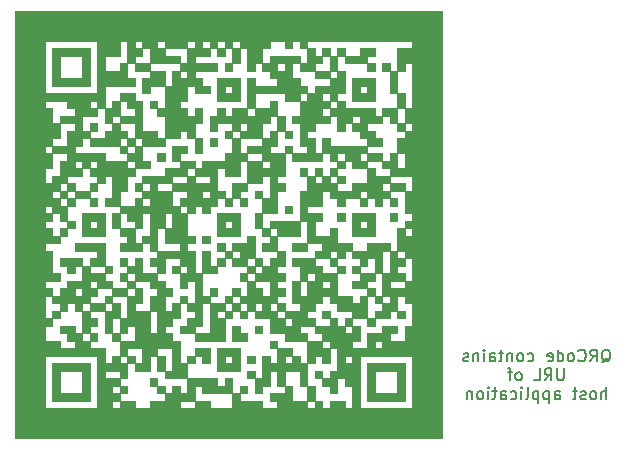
<source format=gbo>
G04 #@! TF.FileFunction,Legend,Bot*
%FSLAX46Y46*%
G04 Gerber Fmt 4.6, Leading zero omitted, Abs format (unit mm)*
G04 Created by KiCad (PCBNEW 4.0.2-stable) date 2016/09/19 18:56:50*
%MOMM*%
G01*
G04 APERTURE LIST*
%ADD10C,0.100000*%
%ADD11C,0.200000*%
%ADD12C,0.010000*%
G04 APERTURE END LIST*
D10*
D11*
X61600000Y9852381D02*
X61695238Y9900000D01*
X61790476Y9995238D01*
X61933333Y10138095D01*
X62028572Y10185714D01*
X62123810Y10185714D01*
X62076191Y9947619D02*
X62171429Y9995238D01*
X62266667Y10090476D01*
X62314286Y10280952D01*
X62314286Y10614286D01*
X62266667Y10804762D01*
X62171429Y10900000D01*
X62076191Y10947619D01*
X61885714Y10947619D01*
X61790476Y10900000D01*
X61695238Y10804762D01*
X61647619Y10614286D01*
X61647619Y10280952D01*
X61695238Y10090476D01*
X61790476Y9995238D01*
X61885714Y9947619D01*
X62076191Y9947619D01*
X60647619Y9947619D02*
X60980953Y10423810D01*
X61219048Y9947619D02*
X61219048Y10947619D01*
X60838095Y10947619D01*
X60742857Y10900000D01*
X60695238Y10852381D01*
X60647619Y10757143D01*
X60647619Y10614286D01*
X60695238Y10519048D01*
X60742857Y10471429D01*
X60838095Y10423810D01*
X61219048Y10423810D01*
X59647619Y10042857D02*
X59695238Y9995238D01*
X59838095Y9947619D01*
X59933333Y9947619D01*
X60076191Y9995238D01*
X60171429Y10090476D01*
X60219048Y10185714D01*
X60266667Y10376190D01*
X60266667Y10519048D01*
X60219048Y10709524D01*
X60171429Y10804762D01*
X60076191Y10900000D01*
X59933333Y10947619D01*
X59838095Y10947619D01*
X59695238Y10900000D01*
X59647619Y10852381D01*
X59076191Y9947619D02*
X59171429Y9995238D01*
X59219048Y10042857D01*
X59266667Y10138095D01*
X59266667Y10423810D01*
X59219048Y10519048D01*
X59171429Y10566667D01*
X59076191Y10614286D01*
X58933333Y10614286D01*
X58838095Y10566667D01*
X58790476Y10519048D01*
X58742857Y10423810D01*
X58742857Y10138095D01*
X58790476Y10042857D01*
X58838095Y9995238D01*
X58933333Y9947619D01*
X59076191Y9947619D01*
X57885714Y9947619D02*
X57885714Y10947619D01*
X57885714Y9995238D02*
X57980952Y9947619D01*
X58171429Y9947619D01*
X58266667Y9995238D01*
X58314286Y10042857D01*
X58361905Y10138095D01*
X58361905Y10423810D01*
X58314286Y10519048D01*
X58266667Y10566667D01*
X58171429Y10614286D01*
X57980952Y10614286D01*
X57885714Y10566667D01*
X57028571Y9995238D02*
X57123809Y9947619D01*
X57314286Y9947619D01*
X57409524Y9995238D01*
X57457143Y10090476D01*
X57457143Y10471429D01*
X57409524Y10566667D01*
X57314286Y10614286D01*
X57123809Y10614286D01*
X57028571Y10566667D01*
X56980952Y10471429D01*
X56980952Y10376190D01*
X57457143Y10280952D01*
X55361904Y9995238D02*
X55457142Y9947619D01*
X55647619Y9947619D01*
X55742857Y9995238D01*
X55790476Y10042857D01*
X55838095Y10138095D01*
X55838095Y10423810D01*
X55790476Y10519048D01*
X55742857Y10566667D01*
X55647619Y10614286D01*
X55457142Y10614286D01*
X55361904Y10566667D01*
X54790476Y9947619D02*
X54885714Y9995238D01*
X54933333Y10042857D01*
X54980952Y10138095D01*
X54980952Y10423810D01*
X54933333Y10519048D01*
X54885714Y10566667D01*
X54790476Y10614286D01*
X54647618Y10614286D01*
X54552380Y10566667D01*
X54504761Y10519048D01*
X54457142Y10423810D01*
X54457142Y10138095D01*
X54504761Y10042857D01*
X54552380Y9995238D01*
X54647618Y9947619D01*
X54790476Y9947619D01*
X54028571Y10614286D02*
X54028571Y9947619D01*
X54028571Y10519048D02*
X53980952Y10566667D01*
X53885714Y10614286D01*
X53742856Y10614286D01*
X53647618Y10566667D01*
X53599999Y10471429D01*
X53599999Y9947619D01*
X53266666Y10614286D02*
X52885714Y10614286D01*
X53123809Y10947619D02*
X53123809Y10090476D01*
X53076190Y9995238D01*
X52980952Y9947619D01*
X52885714Y9947619D01*
X52123808Y9947619D02*
X52123808Y10471429D01*
X52171427Y10566667D01*
X52266665Y10614286D01*
X52457142Y10614286D01*
X52552380Y10566667D01*
X52123808Y9995238D02*
X52219046Y9947619D01*
X52457142Y9947619D01*
X52552380Y9995238D01*
X52599999Y10090476D01*
X52599999Y10185714D01*
X52552380Y10280952D01*
X52457142Y10328571D01*
X52219046Y10328571D01*
X52123808Y10376190D01*
X51647618Y9947619D02*
X51647618Y10614286D01*
X51647618Y10947619D02*
X51695237Y10900000D01*
X51647618Y10852381D01*
X51599999Y10900000D01*
X51647618Y10947619D01*
X51647618Y10852381D01*
X51171428Y10614286D02*
X51171428Y9947619D01*
X51171428Y10519048D02*
X51123809Y10566667D01*
X51028571Y10614286D01*
X50885713Y10614286D01*
X50790475Y10566667D01*
X50742856Y10471429D01*
X50742856Y9947619D01*
X50314285Y9995238D02*
X50219047Y9947619D01*
X50028571Y9947619D01*
X49933332Y9995238D01*
X49885713Y10090476D01*
X49885713Y10138095D01*
X49933332Y10233333D01*
X50028571Y10280952D01*
X50171428Y10280952D01*
X50266666Y10328571D01*
X50314285Y10423810D01*
X50314285Y10471429D01*
X50266666Y10566667D01*
X50171428Y10614286D01*
X50028571Y10614286D01*
X49933332Y10566667D01*
X58409524Y9347619D02*
X58409524Y8538095D01*
X58361905Y8442857D01*
X58314286Y8395238D01*
X58219048Y8347619D01*
X58028571Y8347619D01*
X57933333Y8395238D01*
X57885714Y8442857D01*
X57838095Y8538095D01*
X57838095Y9347619D01*
X56790476Y8347619D02*
X57123810Y8823810D01*
X57361905Y8347619D02*
X57361905Y9347619D01*
X56980952Y9347619D01*
X56885714Y9300000D01*
X56838095Y9252381D01*
X56790476Y9157143D01*
X56790476Y9014286D01*
X56838095Y8919048D01*
X56885714Y8871429D01*
X56980952Y8823810D01*
X57361905Y8823810D01*
X55885714Y8347619D02*
X56361905Y8347619D01*
X56361905Y9347619D01*
X54647619Y8347619D02*
X54742857Y8395238D01*
X54790476Y8442857D01*
X54838095Y8538095D01*
X54838095Y8823810D01*
X54790476Y8919048D01*
X54742857Y8966667D01*
X54647619Y9014286D01*
X54504761Y9014286D01*
X54409523Y8966667D01*
X54361904Y8919048D01*
X54314285Y8823810D01*
X54314285Y8538095D01*
X54361904Y8442857D01*
X54409523Y8395238D01*
X54504761Y8347619D01*
X54647619Y8347619D01*
X54028571Y9014286D02*
X53647619Y9014286D01*
X53885714Y8347619D02*
X53885714Y9204762D01*
X53838095Y9300000D01*
X53742857Y9347619D01*
X53647619Y9347619D01*
X62004763Y6747619D02*
X62004763Y7747619D01*
X61576191Y6747619D02*
X61576191Y7271429D01*
X61623810Y7366667D01*
X61719048Y7414286D01*
X61861906Y7414286D01*
X61957144Y7366667D01*
X62004763Y7319048D01*
X60957144Y6747619D02*
X61052382Y6795238D01*
X61100001Y6842857D01*
X61147620Y6938095D01*
X61147620Y7223810D01*
X61100001Y7319048D01*
X61052382Y7366667D01*
X60957144Y7414286D01*
X60814286Y7414286D01*
X60719048Y7366667D01*
X60671429Y7319048D01*
X60623810Y7223810D01*
X60623810Y6938095D01*
X60671429Y6842857D01*
X60719048Y6795238D01*
X60814286Y6747619D01*
X60957144Y6747619D01*
X60242858Y6795238D02*
X60147620Y6747619D01*
X59957144Y6747619D01*
X59861905Y6795238D01*
X59814286Y6890476D01*
X59814286Y6938095D01*
X59861905Y7033333D01*
X59957144Y7080952D01*
X60100001Y7080952D01*
X60195239Y7128571D01*
X60242858Y7223810D01*
X60242858Y7271429D01*
X60195239Y7366667D01*
X60100001Y7414286D01*
X59957144Y7414286D01*
X59861905Y7366667D01*
X59528572Y7414286D02*
X59147620Y7414286D01*
X59385715Y7747619D02*
X59385715Y6890476D01*
X59338096Y6795238D01*
X59242858Y6747619D01*
X59147620Y6747619D01*
X57623809Y6747619D02*
X57623809Y7271429D01*
X57671428Y7366667D01*
X57766666Y7414286D01*
X57957143Y7414286D01*
X58052381Y7366667D01*
X57623809Y6795238D02*
X57719047Y6747619D01*
X57957143Y6747619D01*
X58052381Y6795238D01*
X58100000Y6890476D01*
X58100000Y6985714D01*
X58052381Y7080952D01*
X57957143Y7128571D01*
X57719047Y7128571D01*
X57623809Y7176190D01*
X57147619Y7414286D02*
X57147619Y6414286D01*
X57147619Y7366667D02*
X57052381Y7414286D01*
X56861904Y7414286D01*
X56766666Y7366667D01*
X56719047Y7319048D01*
X56671428Y7223810D01*
X56671428Y6938095D01*
X56719047Y6842857D01*
X56766666Y6795238D01*
X56861904Y6747619D01*
X57052381Y6747619D01*
X57147619Y6795238D01*
X56242857Y7414286D02*
X56242857Y6414286D01*
X56242857Y7366667D02*
X56147619Y7414286D01*
X55957142Y7414286D01*
X55861904Y7366667D01*
X55814285Y7319048D01*
X55766666Y7223810D01*
X55766666Y6938095D01*
X55814285Y6842857D01*
X55861904Y6795238D01*
X55957142Y6747619D01*
X56147619Y6747619D01*
X56242857Y6795238D01*
X55195238Y6747619D02*
X55290476Y6795238D01*
X55338095Y6890476D01*
X55338095Y7747619D01*
X54814285Y6747619D02*
X54814285Y7414286D01*
X54814285Y7747619D02*
X54861904Y7700000D01*
X54814285Y7652381D01*
X54766666Y7700000D01*
X54814285Y7747619D01*
X54814285Y7652381D01*
X53909523Y6795238D02*
X54004761Y6747619D01*
X54195238Y6747619D01*
X54290476Y6795238D01*
X54338095Y6842857D01*
X54385714Y6938095D01*
X54385714Y7223810D01*
X54338095Y7319048D01*
X54290476Y7366667D01*
X54195238Y7414286D01*
X54004761Y7414286D01*
X53909523Y7366667D01*
X53052380Y6747619D02*
X53052380Y7271429D01*
X53099999Y7366667D01*
X53195237Y7414286D01*
X53385714Y7414286D01*
X53480952Y7366667D01*
X53052380Y6795238D02*
X53147618Y6747619D01*
X53385714Y6747619D01*
X53480952Y6795238D01*
X53528571Y6890476D01*
X53528571Y6985714D01*
X53480952Y7080952D01*
X53385714Y7128571D01*
X53147618Y7128571D01*
X53052380Y7176190D01*
X52719047Y7414286D02*
X52338095Y7414286D01*
X52576190Y7747619D02*
X52576190Y6890476D01*
X52528571Y6795238D01*
X52433333Y6747619D01*
X52338095Y6747619D01*
X52004761Y6747619D02*
X52004761Y7414286D01*
X52004761Y7747619D02*
X52052380Y7700000D01*
X52004761Y7652381D01*
X51957142Y7700000D01*
X52004761Y7747619D01*
X52004761Y7652381D01*
X51385714Y6747619D02*
X51480952Y6795238D01*
X51528571Y6842857D01*
X51576190Y6938095D01*
X51576190Y7223810D01*
X51528571Y7319048D01*
X51480952Y7366667D01*
X51385714Y7414286D01*
X51242856Y7414286D01*
X51147618Y7366667D01*
X51099999Y7319048D01*
X51052380Y7223810D01*
X51052380Y6938095D01*
X51099999Y6842857D01*
X51147618Y6795238D01*
X51242856Y6747619D01*
X51385714Y6747619D01*
X50623809Y7414286D02*
X50623809Y6747619D01*
X50623809Y7319048D02*
X50576190Y7366667D01*
X50480952Y7414286D01*
X50338094Y7414286D01*
X50242856Y7366667D01*
X50195237Y7271429D01*
X50195237Y6747619D01*
D12*
G36*
X48132778Y39632778D02*
X11937778Y39632778D01*
X11937778Y32647778D01*
X14477778Y32647778D01*
X14477778Y37092778D01*
X18922778Y37092778D01*
X18922778Y34552778D01*
X19557778Y34552778D01*
X19557778Y35822778D01*
X20827778Y35822778D01*
X20827778Y37092778D01*
X21462778Y37092778D01*
X21462778Y36457778D01*
X22097778Y36457778D01*
X22097778Y37092778D01*
X22732778Y37092778D01*
X22732778Y36457778D01*
X22097778Y36457778D01*
X21462778Y36457778D01*
X21462778Y35187778D01*
X20827778Y35187778D01*
X20827778Y34552778D01*
X19557778Y34552778D01*
X18922778Y34552778D01*
X18922778Y32647778D01*
X14477778Y32647778D01*
X11937778Y32647778D01*
X11937778Y31377778D01*
X14477778Y31377778D01*
X14477778Y32012778D01*
X16382778Y32012778D01*
X16382778Y31377778D01*
X17017778Y31377778D01*
X18287778Y31377778D01*
X18287778Y32012778D01*
X18922778Y32012778D01*
X18922778Y31377778D01*
X18287778Y31377778D01*
X17017778Y31377778D01*
X17017778Y30742778D01*
X15747778Y30742778D01*
X15747778Y30107778D01*
X15112778Y30107778D01*
X15112778Y31377778D01*
X14477778Y31377778D01*
X11937778Y31377778D01*
X11937778Y27567778D01*
X14477778Y27567778D01*
X14477778Y28202778D01*
X15112778Y28202778D01*
X15112778Y28837778D01*
X15747778Y28837778D01*
X15747778Y30107778D01*
X17017778Y30107778D01*
X17017778Y29472778D01*
X16382778Y29472778D01*
X16382778Y28202778D01*
X15112778Y28202778D01*
X15112778Y27567778D01*
X14477778Y27567778D01*
X11937778Y27567778D01*
X11937778Y25027778D01*
X14477778Y25027778D01*
X14477778Y26297778D01*
X15112778Y26297778D01*
X15112778Y27567778D01*
X16382778Y27567778D01*
X16382778Y26932778D01*
X15747778Y26932778D01*
X15747778Y26297778D01*
X17017778Y26297778D01*
X17017778Y26932778D01*
X17652778Y26932778D01*
X17652778Y26297778D01*
X17017778Y26297778D01*
X15747778Y26297778D01*
X15747778Y25662778D01*
X15112778Y25662778D01*
X15112778Y25027778D01*
X14477778Y25027778D01*
X11937778Y25027778D01*
X11937778Y22487778D01*
X14477778Y22487778D01*
X14477778Y23122778D01*
X15112778Y23122778D01*
X15112778Y22487778D01*
X14477778Y22487778D01*
X11937778Y22487778D01*
X11937778Y11692778D01*
X14477778Y11692778D01*
X14477778Y12962778D01*
X15112778Y12962778D01*
X15112778Y13597778D01*
X14477778Y13597778D01*
X14477778Y15502778D01*
X15112778Y15502778D01*
X15112778Y16137778D01*
X14477778Y16137778D01*
X14477778Y16772778D01*
X15747778Y16772778D01*
X15747778Y17407778D01*
X15112778Y17407778D01*
X15112778Y19312778D01*
X14477778Y19312778D01*
X14477778Y19947778D01*
X15747778Y19947778D01*
X15747778Y20582778D01*
X15112778Y20582778D01*
X15112778Y21217778D01*
X14477778Y21217778D01*
X14477778Y21852778D01*
X15112778Y21852778D01*
X15112778Y22487778D01*
X15747778Y22487778D01*
X15747778Y21852778D01*
X16382778Y21852778D01*
X16382778Y23122778D01*
X15747778Y23122778D01*
X15747778Y23757778D01*
X15112778Y23757778D01*
X15112778Y24392778D01*
X15747778Y24392778D01*
X15747778Y25027778D01*
X16382778Y25027778D01*
X16382778Y25662778D01*
X17652778Y25662778D01*
X17652778Y26297778D01*
X18287778Y26297778D01*
X18287778Y26932778D01*
X18922778Y26932778D01*
X18922778Y26297778D01*
X18287778Y26297778D01*
X18287778Y25662778D01*
X18922778Y25662778D01*
X18922778Y25027778D01*
X19557778Y25027778D01*
X19557778Y25662778D01*
X20192778Y25662778D01*
X20192778Y23757778D01*
X19557778Y23757778D01*
X19557778Y23122778D01*
X20827778Y23122778D01*
X20827778Y24392778D01*
X21462778Y24392778D01*
X21462778Y25662778D01*
X22097778Y25662778D01*
X22097778Y26297778D01*
X21462778Y26297778D01*
X21462778Y26932778D01*
X19557778Y26932778D01*
X19557778Y27567778D01*
X17017778Y27567778D01*
X17017778Y28202778D01*
X17652778Y28202778D01*
X17652778Y28837778D01*
X18287778Y28837778D01*
X18287778Y29472778D01*
X17652778Y29472778D01*
X17652778Y30742778D01*
X18922778Y30742778D01*
X18922778Y31377778D01*
X19557778Y31377778D01*
X19557778Y33282778D01*
X22097778Y33282778D01*
X22097778Y33917778D01*
X21462778Y33917778D01*
X21462778Y35187778D01*
X22097778Y35187778D01*
X22097778Y35822778D01*
X22732778Y35822778D01*
X22732778Y36457778D01*
X23367778Y36457778D01*
X24002778Y36457778D01*
X24002778Y37092778D01*
X24637778Y37092778D01*
X24637778Y36457778D01*
X24002778Y36457778D01*
X23367778Y36457778D01*
X23367778Y35822778D01*
X24637778Y35822778D01*
X24637778Y36457778D01*
X26542778Y36457778D01*
X26542778Y37092778D01*
X27177778Y37092778D01*
X27177778Y36457778D01*
X27812778Y36457778D01*
X27812778Y37092778D01*
X28447778Y37092778D01*
X28447778Y36457778D01*
X27812778Y36457778D01*
X27177778Y36457778D01*
X26542778Y36457778D01*
X26542778Y35187778D01*
X25907778Y35187778D01*
X25907778Y35822778D01*
X24637778Y35822778D01*
X23367778Y35822778D01*
X23367778Y35187778D01*
X25907778Y35187778D01*
X25907778Y34552778D01*
X25272778Y34552778D01*
X25272778Y33917778D01*
X25907778Y33917778D01*
X25907778Y34552778D01*
X26542778Y34552778D01*
X26542778Y33917778D01*
X25907778Y33917778D01*
X25272778Y33917778D01*
X25272778Y33282778D01*
X24637778Y33282778D01*
X24637778Y31377778D01*
X24002778Y31377778D01*
X24002778Y30742778D01*
X24637778Y30742778D01*
X24637778Y28837778D01*
X25907778Y28837778D01*
X25907778Y29472778D01*
X26542778Y29472778D01*
X26542778Y28837778D01*
X27177778Y28837778D01*
X27177778Y30107778D01*
X27812778Y30107778D01*
X27812778Y31377778D01*
X27177778Y31377778D01*
X27177778Y30742778D01*
X26542778Y30742778D01*
X26542778Y31377778D01*
X25907778Y31377778D01*
X25907778Y32012778D01*
X26542778Y32012778D01*
X26542778Y33282778D01*
X27177778Y33282778D01*
X27177778Y32647778D01*
X28447778Y32647778D01*
X28447778Y33282778D01*
X27812778Y33282778D01*
X27812778Y33917778D01*
X27177778Y33917778D01*
X27177778Y34552778D01*
X29082778Y34552778D01*
X29082778Y35187778D01*
X27177778Y35187778D01*
X27177778Y35822778D01*
X28447778Y35822778D01*
X28447778Y36457778D01*
X29082778Y36457778D01*
X29082778Y37092778D01*
X29717778Y37092778D01*
X29717778Y36457778D01*
X30352778Y36457778D01*
X30352778Y37092778D01*
X30987778Y37092778D01*
X30987778Y36457778D01*
X31622778Y36457778D01*
X31622778Y34552778D01*
X32257778Y34552778D01*
X32257778Y35187778D01*
X32892778Y35187778D01*
X32892778Y36457778D01*
X33527778Y36457778D01*
X33527778Y37092778D01*
X34797778Y37092778D01*
X34797778Y36457778D01*
X35432778Y36457778D01*
X35432778Y37092778D01*
X36067778Y37092778D01*
X36067778Y36457778D01*
X36702778Y36457778D01*
X36702778Y37092778D01*
X45592778Y37092778D01*
X45592778Y36457778D01*
X44322778Y36457778D01*
X44322778Y34552778D01*
X44957778Y34552778D01*
X44957778Y35187778D01*
X45592778Y35187778D01*
X45592778Y31377778D01*
X44957778Y31377778D01*
X44957778Y30107778D01*
X45592778Y30107778D01*
X45592778Y29472778D01*
X44957778Y29472778D01*
X44957778Y28837778D01*
X44322778Y28837778D01*
X44322778Y27567778D01*
X43687778Y27567778D01*
X43687778Y26932778D01*
X43052778Y26932778D01*
X43052778Y26297778D01*
X43687778Y26297778D01*
X44322778Y26297778D01*
X44322778Y27567778D01*
X44957778Y27567778D01*
X44957778Y26297778D01*
X44322778Y26297778D01*
X43687778Y26297778D01*
X43687778Y25662778D01*
X45592778Y25662778D01*
X45592778Y24392778D01*
X44957778Y24392778D01*
X44957778Y22487778D01*
X45592778Y22487778D01*
X45592778Y21852778D01*
X44957778Y21852778D01*
X44957778Y21217778D01*
X44322778Y21217778D01*
X44322778Y20582778D01*
X44957778Y20582778D01*
X44957778Y21217778D01*
X45592778Y21217778D01*
X45592778Y20582778D01*
X44957778Y20582778D01*
X44322778Y20582778D01*
X44322778Y19312778D01*
X43687778Y19312778D01*
X43687778Y18677778D01*
X44322778Y18677778D01*
X44322778Y19312778D01*
X44957778Y19312778D01*
X44957778Y18677778D01*
X44322778Y18677778D01*
X43687778Y18677778D01*
X43687778Y17407778D01*
X44322778Y17407778D01*
X44322778Y18042778D01*
X44957778Y18042778D01*
X44957778Y18677778D01*
X45592778Y18677778D01*
X45592778Y16772778D01*
X44957778Y16772778D01*
X44957778Y17407778D01*
X44322778Y17407778D01*
X43687778Y17407778D01*
X43052778Y17407778D01*
X43052778Y16137778D01*
X43687778Y16137778D01*
X43687778Y16772778D01*
X44957778Y16772778D01*
X44957778Y16137778D01*
X43687778Y16137778D01*
X43052778Y16137778D01*
X43052778Y15502778D01*
X43687778Y15502778D01*
X43687778Y14867778D01*
X43052778Y14867778D01*
X43052778Y14232778D01*
X42417778Y14232778D01*
X42417778Y13597778D01*
X43687778Y13597778D01*
X43687778Y14232778D01*
X44322778Y14232778D01*
X44322778Y15502778D01*
X44957778Y15502778D01*
X44957778Y14867778D01*
X45592778Y14867778D01*
X45592778Y12962778D01*
X44957778Y12962778D01*
X44957778Y11692778D01*
X43687778Y11692778D01*
X43687778Y12327778D01*
X44322778Y12327778D01*
X44322778Y12962778D01*
X43052778Y12962778D01*
X43052778Y12327778D01*
X41782778Y12327778D01*
X41782778Y11057778D01*
X42417778Y11057778D01*
X42417778Y11692778D01*
X43052778Y11692778D01*
X43052778Y11057778D01*
X42417778Y11057778D01*
X41782778Y11057778D01*
X40512778Y11057778D01*
X40512778Y11692778D01*
X41147778Y11692778D01*
X41147778Y12962778D01*
X40512778Y12962778D01*
X40512778Y12327778D01*
X39877778Y12327778D01*
X39877778Y12962778D01*
X39242778Y12962778D01*
X39242778Y13597778D01*
X38607778Y13597778D01*
X38607778Y12962778D01*
X37337778Y12962778D01*
X37337778Y12327778D01*
X37972778Y12327778D01*
X37972778Y11692778D01*
X38607778Y11692778D01*
X38607778Y11057778D01*
X39242778Y11057778D01*
X39242778Y9787778D01*
X39877778Y9787778D01*
X39877778Y10422778D01*
X40512778Y10422778D01*
X40512778Y9787778D01*
X39877778Y9787778D01*
X39242778Y9787778D01*
X39242778Y9152778D01*
X38607778Y9152778D01*
X38607778Y8517778D01*
X37972778Y8517778D01*
X37972778Y7882778D01*
X38607778Y7882778D01*
X38607778Y7247778D01*
X39242778Y7247778D01*
X39242778Y8517778D01*
X39877778Y8517778D01*
X39877778Y7882778D01*
X40512778Y7882778D01*
X40512778Y5977778D01*
X41147778Y5977778D01*
X41147778Y10422778D01*
X45592778Y10422778D01*
X45592778Y5977778D01*
X41147778Y5977778D01*
X40512778Y5977778D01*
X39877778Y5977778D01*
X39877778Y6612778D01*
X38607778Y6612778D01*
X38607778Y5977778D01*
X37972778Y5977778D01*
X37972778Y6612778D01*
X37337778Y6612778D01*
X37337778Y5977778D01*
X36702778Y5977778D01*
X36702778Y6612778D01*
X35432778Y6612778D01*
X35432778Y7882778D01*
X34797778Y7882778D01*
X34797778Y7247778D01*
X33527778Y7247778D01*
X33527778Y6612778D01*
X34162778Y6612778D01*
X34162778Y5977778D01*
X32892778Y5977778D01*
X32892778Y6612778D01*
X30987778Y6612778D01*
X30987778Y7247778D01*
X30352778Y7247778D01*
X30352778Y8517778D01*
X29717778Y8517778D01*
X29717778Y7882778D01*
X29082778Y7882778D01*
X29082778Y8517778D01*
X26542778Y8517778D01*
X26542778Y7247778D01*
X25907778Y7247778D01*
X25907778Y7882778D01*
X25272778Y7882778D01*
X25272778Y7247778D01*
X24637778Y7247778D01*
X24637778Y6612778D01*
X23367778Y6612778D01*
X23367778Y5977778D01*
X25907778Y5977778D01*
X25907778Y6612778D01*
X27177778Y6612778D01*
X27177778Y7882778D01*
X27812778Y7882778D01*
X27812778Y7247778D01*
X30352778Y7247778D01*
X30352778Y5977778D01*
X28447778Y5977778D01*
X28447778Y6612778D01*
X27177778Y6612778D01*
X27177778Y5977778D01*
X25907778Y5977778D01*
X23367778Y5977778D01*
X22097778Y5977778D01*
X22097778Y6612778D01*
X20827778Y6612778D01*
X20827778Y7247778D01*
X20192778Y7247778D01*
X20192778Y7882778D01*
X20827778Y7882778D01*
X20827778Y8517778D01*
X21462778Y8517778D01*
X21462778Y9787778D01*
X20827778Y9787778D01*
X20827778Y10422778D01*
X20192778Y10422778D01*
X20192778Y9787778D01*
X19557778Y9787778D01*
X19557778Y11057778D01*
X18287778Y11057778D01*
X18287778Y11692778D01*
X17652778Y11692778D01*
X17652778Y12327778D01*
X17017778Y12327778D01*
X17017778Y12962778D01*
X15747778Y12962778D01*
X15747778Y12327778D01*
X16382778Y12327778D01*
X16382778Y11692778D01*
X17017778Y11692778D01*
X17017778Y11057778D01*
X15747778Y11057778D01*
X15747778Y11692778D01*
X14477778Y11692778D01*
X11937778Y11692778D01*
X11937778Y5977778D01*
X14477778Y5977778D01*
X14477778Y10422778D01*
X18922778Y10422778D01*
X18922778Y8517778D01*
X19557778Y8517778D01*
X19557778Y9152778D01*
X20827778Y9152778D01*
X20827778Y8517778D01*
X19557778Y8517778D01*
X18922778Y8517778D01*
X18922778Y5977778D01*
X20192778Y5977778D01*
X20192778Y6612778D01*
X20827778Y6612778D01*
X20827778Y5977778D01*
X20192778Y5977778D01*
X18922778Y5977778D01*
X14477778Y5977778D01*
X11937778Y5977778D01*
X11937778Y3437778D01*
X48132778Y3437778D01*
X48132778Y39632778D01*
X48132778Y39632778D01*
G37*
X48132778Y39632778D02*
X11937778Y39632778D01*
X11937778Y32647778D01*
X14477778Y32647778D01*
X14477778Y37092778D01*
X18922778Y37092778D01*
X18922778Y34552778D01*
X19557778Y34552778D01*
X19557778Y35822778D01*
X20827778Y35822778D01*
X20827778Y37092778D01*
X21462778Y37092778D01*
X21462778Y36457778D01*
X22097778Y36457778D01*
X22097778Y37092778D01*
X22732778Y37092778D01*
X22732778Y36457778D01*
X22097778Y36457778D01*
X21462778Y36457778D01*
X21462778Y35187778D01*
X20827778Y35187778D01*
X20827778Y34552778D01*
X19557778Y34552778D01*
X18922778Y34552778D01*
X18922778Y32647778D01*
X14477778Y32647778D01*
X11937778Y32647778D01*
X11937778Y31377778D01*
X14477778Y31377778D01*
X14477778Y32012778D01*
X16382778Y32012778D01*
X16382778Y31377778D01*
X17017778Y31377778D01*
X18287778Y31377778D01*
X18287778Y32012778D01*
X18922778Y32012778D01*
X18922778Y31377778D01*
X18287778Y31377778D01*
X17017778Y31377778D01*
X17017778Y30742778D01*
X15747778Y30742778D01*
X15747778Y30107778D01*
X15112778Y30107778D01*
X15112778Y31377778D01*
X14477778Y31377778D01*
X11937778Y31377778D01*
X11937778Y27567778D01*
X14477778Y27567778D01*
X14477778Y28202778D01*
X15112778Y28202778D01*
X15112778Y28837778D01*
X15747778Y28837778D01*
X15747778Y30107778D01*
X17017778Y30107778D01*
X17017778Y29472778D01*
X16382778Y29472778D01*
X16382778Y28202778D01*
X15112778Y28202778D01*
X15112778Y27567778D01*
X14477778Y27567778D01*
X11937778Y27567778D01*
X11937778Y25027778D01*
X14477778Y25027778D01*
X14477778Y26297778D01*
X15112778Y26297778D01*
X15112778Y27567778D01*
X16382778Y27567778D01*
X16382778Y26932778D01*
X15747778Y26932778D01*
X15747778Y26297778D01*
X17017778Y26297778D01*
X17017778Y26932778D01*
X17652778Y26932778D01*
X17652778Y26297778D01*
X17017778Y26297778D01*
X15747778Y26297778D01*
X15747778Y25662778D01*
X15112778Y25662778D01*
X15112778Y25027778D01*
X14477778Y25027778D01*
X11937778Y25027778D01*
X11937778Y22487778D01*
X14477778Y22487778D01*
X14477778Y23122778D01*
X15112778Y23122778D01*
X15112778Y22487778D01*
X14477778Y22487778D01*
X11937778Y22487778D01*
X11937778Y11692778D01*
X14477778Y11692778D01*
X14477778Y12962778D01*
X15112778Y12962778D01*
X15112778Y13597778D01*
X14477778Y13597778D01*
X14477778Y15502778D01*
X15112778Y15502778D01*
X15112778Y16137778D01*
X14477778Y16137778D01*
X14477778Y16772778D01*
X15747778Y16772778D01*
X15747778Y17407778D01*
X15112778Y17407778D01*
X15112778Y19312778D01*
X14477778Y19312778D01*
X14477778Y19947778D01*
X15747778Y19947778D01*
X15747778Y20582778D01*
X15112778Y20582778D01*
X15112778Y21217778D01*
X14477778Y21217778D01*
X14477778Y21852778D01*
X15112778Y21852778D01*
X15112778Y22487778D01*
X15747778Y22487778D01*
X15747778Y21852778D01*
X16382778Y21852778D01*
X16382778Y23122778D01*
X15747778Y23122778D01*
X15747778Y23757778D01*
X15112778Y23757778D01*
X15112778Y24392778D01*
X15747778Y24392778D01*
X15747778Y25027778D01*
X16382778Y25027778D01*
X16382778Y25662778D01*
X17652778Y25662778D01*
X17652778Y26297778D01*
X18287778Y26297778D01*
X18287778Y26932778D01*
X18922778Y26932778D01*
X18922778Y26297778D01*
X18287778Y26297778D01*
X18287778Y25662778D01*
X18922778Y25662778D01*
X18922778Y25027778D01*
X19557778Y25027778D01*
X19557778Y25662778D01*
X20192778Y25662778D01*
X20192778Y23757778D01*
X19557778Y23757778D01*
X19557778Y23122778D01*
X20827778Y23122778D01*
X20827778Y24392778D01*
X21462778Y24392778D01*
X21462778Y25662778D01*
X22097778Y25662778D01*
X22097778Y26297778D01*
X21462778Y26297778D01*
X21462778Y26932778D01*
X19557778Y26932778D01*
X19557778Y27567778D01*
X17017778Y27567778D01*
X17017778Y28202778D01*
X17652778Y28202778D01*
X17652778Y28837778D01*
X18287778Y28837778D01*
X18287778Y29472778D01*
X17652778Y29472778D01*
X17652778Y30742778D01*
X18922778Y30742778D01*
X18922778Y31377778D01*
X19557778Y31377778D01*
X19557778Y33282778D01*
X22097778Y33282778D01*
X22097778Y33917778D01*
X21462778Y33917778D01*
X21462778Y35187778D01*
X22097778Y35187778D01*
X22097778Y35822778D01*
X22732778Y35822778D01*
X22732778Y36457778D01*
X23367778Y36457778D01*
X24002778Y36457778D01*
X24002778Y37092778D01*
X24637778Y37092778D01*
X24637778Y36457778D01*
X24002778Y36457778D01*
X23367778Y36457778D01*
X23367778Y35822778D01*
X24637778Y35822778D01*
X24637778Y36457778D01*
X26542778Y36457778D01*
X26542778Y37092778D01*
X27177778Y37092778D01*
X27177778Y36457778D01*
X27812778Y36457778D01*
X27812778Y37092778D01*
X28447778Y37092778D01*
X28447778Y36457778D01*
X27812778Y36457778D01*
X27177778Y36457778D01*
X26542778Y36457778D01*
X26542778Y35187778D01*
X25907778Y35187778D01*
X25907778Y35822778D01*
X24637778Y35822778D01*
X23367778Y35822778D01*
X23367778Y35187778D01*
X25907778Y35187778D01*
X25907778Y34552778D01*
X25272778Y34552778D01*
X25272778Y33917778D01*
X25907778Y33917778D01*
X25907778Y34552778D01*
X26542778Y34552778D01*
X26542778Y33917778D01*
X25907778Y33917778D01*
X25272778Y33917778D01*
X25272778Y33282778D01*
X24637778Y33282778D01*
X24637778Y31377778D01*
X24002778Y31377778D01*
X24002778Y30742778D01*
X24637778Y30742778D01*
X24637778Y28837778D01*
X25907778Y28837778D01*
X25907778Y29472778D01*
X26542778Y29472778D01*
X26542778Y28837778D01*
X27177778Y28837778D01*
X27177778Y30107778D01*
X27812778Y30107778D01*
X27812778Y31377778D01*
X27177778Y31377778D01*
X27177778Y30742778D01*
X26542778Y30742778D01*
X26542778Y31377778D01*
X25907778Y31377778D01*
X25907778Y32012778D01*
X26542778Y32012778D01*
X26542778Y33282778D01*
X27177778Y33282778D01*
X27177778Y32647778D01*
X28447778Y32647778D01*
X28447778Y33282778D01*
X27812778Y33282778D01*
X27812778Y33917778D01*
X27177778Y33917778D01*
X27177778Y34552778D01*
X29082778Y34552778D01*
X29082778Y35187778D01*
X27177778Y35187778D01*
X27177778Y35822778D01*
X28447778Y35822778D01*
X28447778Y36457778D01*
X29082778Y36457778D01*
X29082778Y37092778D01*
X29717778Y37092778D01*
X29717778Y36457778D01*
X30352778Y36457778D01*
X30352778Y37092778D01*
X30987778Y37092778D01*
X30987778Y36457778D01*
X31622778Y36457778D01*
X31622778Y34552778D01*
X32257778Y34552778D01*
X32257778Y35187778D01*
X32892778Y35187778D01*
X32892778Y36457778D01*
X33527778Y36457778D01*
X33527778Y37092778D01*
X34797778Y37092778D01*
X34797778Y36457778D01*
X35432778Y36457778D01*
X35432778Y37092778D01*
X36067778Y37092778D01*
X36067778Y36457778D01*
X36702778Y36457778D01*
X36702778Y37092778D01*
X45592778Y37092778D01*
X45592778Y36457778D01*
X44322778Y36457778D01*
X44322778Y34552778D01*
X44957778Y34552778D01*
X44957778Y35187778D01*
X45592778Y35187778D01*
X45592778Y31377778D01*
X44957778Y31377778D01*
X44957778Y30107778D01*
X45592778Y30107778D01*
X45592778Y29472778D01*
X44957778Y29472778D01*
X44957778Y28837778D01*
X44322778Y28837778D01*
X44322778Y27567778D01*
X43687778Y27567778D01*
X43687778Y26932778D01*
X43052778Y26932778D01*
X43052778Y26297778D01*
X43687778Y26297778D01*
X44322778Y26297778D01*
X44322778Y27567778D01*
X44957778Y27567778D01*
X44957778Y26297778D01*
X44322778Y26297778D01*
X43687778Y26297778D01*
X43687778Y25662778D01*
X45592778Y25662778D01*
X45592778Y24392778D01*
X44957778Y24392778D01*
X44957778Y22487778D01*
X45592778Y22487778D01*
X45592778Y21852778D01*
X44957778Y21852778D01*
X44957778Y21217778D01*
X44322778Y21217778D01*
X44322778Y20582778D01*
X44957778Y20582778D01*
X44957778Y21217778D01*
X45592778Y21217778D01*
X45592778Y20582778D01*
X44957778Y20582778D01*
X44322778Y20582778D01*
X44322778Y19312778D01*
X43687778Y19312778D01*
X43687778Y18677778D01*
X44322778Y18677778D01*
X44322778Y19312778D01*
X44957778Y19312778D01*
X44957778Y18677778D01*
X44322778Y18677778D01*
X43687778Y18677778D01*
X43687778Y17407778D01*
X44322778Y17407778D01*
X44322778Y18042778D01*
X44957778Y18042778D01*
X44957778Y18677778D01*
X45592778Y18677778D01*
X45592778Y16772778D01*
X44957778Y16772778D01*
X44957778Y17407778D01*
X44322778Y17407778D01*
X43687778Y17407778D01*
X43052778Y17407778D01*
X43052778Y16137778D01*
X43687778Y16137778D01*
X43687778Y16772778D01*
X44957778Y16772778D01*
X44957778Y16137778D01*
X43687778Y16137778D01*
X43052778Y16137778D01*
X43052778Y15502778D01*
X43687778Y15502778D01*
X43687778Y14867778D01*
X43052778Y14867778D01*
X43052778Y14232778D01*
X42417778Y14232778D01*
X42417778Y13597778D01*
X43687778Y13597778D01*
X43687778Y14232778D01*
X44322778Y14232778D01*
X44322778Y15502778D01*
X44957778Y15502778D01*
X44957778Y14867778D01*
X45592778Y14867778D01*
X45592778Y12962778D01*
X44957778Y12962778D01*
X44957778Y11692778D01*
X43687778Y11692778D01*
X43687778Y12327778D01*
X44322778Y12327778D01*
X44322778Y12962778D01*
X43052778Y12962778D01*
X43052778Y12327778D01*
X41782778Y12327778D01*
X41782778Y11057778D01*
X42417778Y11057778D01*
X42417778Y11692778D01*
X43052778Y11692778D01*
X43052778Y11057778D01*
X42417778Y11057778D01*
X41782778Y11057778D01*
X40512778Y11057778D01*
X40512778Y11692778D01*
X41147778Y11692778D01*
X41147778Y12962778D01*
X40512778Y12962778D01*
X40512778Y12327778D01*
X39877778Y12327778D01*
X39877778Y12962778D01*
X39242778Y12962778D01*
X39242778Y13597778D01*
X38607778Y13597778D01*
X38607778Y12962778D01*
X37337778Y12962778D01*
X37337778Y12327778D01*
X37972778Y12327778D01*
X37972778Y11692778D01*
X38607778Y11692778D01*
X38607778Y11057778D01*
X39242778Y11057778D01*
X39242778Y9787778D01*
X39877778Y9787778D01*
X39877778Y10422778D01*
X40512778Y10422778D01*
X40512778Y9787778D01*
X39877778Y9787778D01*
X39242778Y9787778D01*
X39242778Y9152778D01*
X38607778Y9152778D01*
X38607778Y8517778D01*
X37972778Y8517778D01*
X37972778Y7882778D01*
X38607778Y7882778D01*
X38607778Y7247778D01*
X39242778Y7247778D01*
X39242778Y8517778D01*
X39877778Y8517778D01*
X39877778Y7882778D01*
X40512778Y7882778D01*
X40512778Y5977778D01*
X41147778Y5977778D01*
X41147778Y10422778D01*
X45592778Y10422778D01*
X45592778Y5977778D01*
X41147778Y5977778D01*
X40512778Y5977778D01*
X39877778Y5977778D01*
X39877778Y6612778D01*
X38607778Y6612778D01*
X38607778Y5977778D01*
X37972778Y5977778D01*
X37972778Y6612778D01*
X37337778Y6612778D01*
X37337778Y5977778D01*
X36702778Y5977778D01*
X36702778Y6612778D01*
X35432778Y6612778D01*
X35432778Y7882778D01*
X34797778Y7882778D01*
X34797778Y7247778D01*
X33527778Y7247778D01*
X33527778Y6612778D01*
X34162778Y6612778D01*
X34162778Y5977778D01*
X32892778Y5977778D01*
X32892778Y6612778D01*
X30987778Y6612778D01*
X30987778Y7247778D01*
X30352778Y7247778D01*
X30352778Y8517778D01*
X29717778Y8517778D01*
X29717778Y7882778D01*
X29082778Y7882778D01*
X29082778Y8517778D01*
X26542778Y8517778D01*
X26542778Y7247778D01*
X25907778Y7247778D01*
X25907778Y7882778D01*
X25272778Y7882778D01*
X25272778Y7247778D01*
X24637778Y7247778D01*
X24637778Y6612778D01*
X23367778Y6612778D01*
X23367778Y5977778D01*
X25907778Y5977778D01*
X25907778Y6612778D01*
X27177778Y6612778D01*
X27177778Y7882778D01*
X27812778Y7882778D01*
X27812778Y7247778D01*
X30352778Y7247778D01*
X30352778Y5977778D01*
X28447778Y5977778D01*
X28447778Y6612778D01*
X27177778Y6612778D01*
X27177778Y5977778D01*
X25907778Y5977778D01*
X23367778Y5977778D01*
X22097778Y5977778D01*
X22097778Y6612778D01*
X20827778Y6612778D01*
X20827778Y7247778D01*
X20192778Y7247778D01*
X20192778Y7882778D01*
X20827778Y7882778D01*
X20827778Y8517778D01*
X21462778Y8517778D01*
X21462778Y9787778D01*
X20827778Y9787778D01*
X20827778Y10422778D01*
X20192778Y10422778D01*
X20192778Y9787778D01*
X19557778Y9787778D01*
X19557778Y11057778D01*
X18287778Y11057778D01*
X18287778Y11692778D01*
X17652778Y11692778D01*
X17652778Y12327778D01*
X17017778Y12327778D01*
X17017778Y12962778D01*
X15747778Y12962778D01*
X15747778Y12327778D01*
X16382778Y12327778D01*
X16382778Y11692778D01*
X17017778Y11692778D01*
X17017778Y11057778D01*
X15747778Y11057778D01*
X15747778Y11692778D01*
X14477778Y11692778D01*
X11937778Y11692778D01*
X11937778Y5977778D01*
X14477778Y5977778D01*
X14477778Y10422778D01*
X18922778Y10422778D01*
X18922778Y8517778D01*
X19557778Y8517778D01*
X19557778Y9152778D01*
X20827778Y9152778D01*
X20827778Y8517778D01*
X19557778Y8517778D01*
X18922778Y8517778D01*
X18922778Y5977778D01*
X20192778Y5977778D01*
X20192778Y6612778D01*
X20827778Y6612778D01*
X20827778Y5977778D01*
X20192778Y5977778D01*
X18922778Y5977778D01*
X14477778Y5977778D01*
X11937778Y5977778D01*
X11937778Y3437778D01*
X48132778Y3437778D01*
X48132778Y39632778D01*
G36*
X18287778Y36457778D02*
X15112778Y36457778D01*
X15112778Y33917778D01*
X15747778Y33917778D01*
X15747778Y35822778D01*
X17652778Y35822778D01*
X17652778Y33917778D01*
X15747778Y33917778D01*
X15112778Y33917778D01*
X15112778Y33282778D01*
X18287778Y33282778D01*
X18287778Y36457778D01*
X18287778Y36457778D01*
G37*
X18287778Y36457778D02*
X15112778Y36457778D01*
X15112778Y33917778D01*
X15747778Y33917778D01*
X15747778Y35822778D01*
X17652778Y35822778D01*
X17652778Y33917778D01*
X15747778Y33917778D01*
X15112778Y33917778D01*
X15112778Y33282778D01*
X18287778Y33282778D01*
X18287778Y36457778D01*
G36*
X29717778Y36457778D02*
X29082778Y36457778D01*
X29082778Y35822778D01*
X29717778Y35822778D01*
X29717778Y36457778D01*
X29717778Y36457778D01*
G37*
X29717778Y36457778D02*
X29082778Y36457778D01*
X29082778Y35822778D01*
X29717778Y35822778D01*
X29717778Y36457778D01*
G36*
X30987778Y36457778D02*
X30352778Y36457778D01*
X30352778Y35187778D01*
X30987778Y35187778D01*
X30987778Y36457778D01*
X30987778Y36457778D01*
G37*
X30987778Y36457778D02*
X30352778Y36457778D01*
X30352778Y35187778D01*
X30987778Y35187778D01*
X30987778Y36457778D01*
G36*
X30352778Y35187778D02*
X29717778Y35187778D01*
X29717778Y34552778D01*
X30352778Y34552778D01*
X30352778Y35187778D01*
X30352778Y35187778D01*
G37*
X30352778Y35187778D02*
X29717778Y35187778D01*
X29717778Y34552778D01*
X30352778Y34552778D01*
X30352778Y35187778D01*
G36*
X39877778Y35187778D02*
X41782778Y35187778D01*
X41782778Y35822778D01*
X42417778Y35822778D01*
X42417778Y36457778D01*
X41147778Y36457778D01*
X41147778Y35822778D01*
X39877778Y35822778D01*
X39877778Y35187778D01*
X39877778Y35187778D01*
G37*
X39877778Y35187778D02*
X41782778Y35187778D01*
X41782778Y35822778D01*
X42417778Y35822778D01*
X42417778Y36457778D01*
X41147778Y36457778D01*
X41147778Y35822778D01*
X39877778Y35822778D01*
X39877778Y35187778D01*
G36*
X43687778Y35187778D02*
X43052778Y35187778D01*
X43052778Y34552778D01*
X43687778Y34552778D01*
X43687778Y35187778D01*
X43687778Y35187778D01*
G37*
X43687778Y35187778D02*
X43052778Y35187778D01*
X43052778Y34552778D01*
X43687778Y34552778D01*
X43687778Y35187778D01*
G36*
X42417778Y35187778D02*
X41782778Y35187778D01*
X41782778Y34552778D01*
X42417778Y34552778D01*
X42417778Y35187778D01*
X42417778Y35187778D01*
G37*
X42417778Y35187778D02*
X41782778Y35187778D01*
X41782778Y34552778D01*
X42417778Y34552778D01*
X42417778Y35187778D01*
G36*
X44322778Y34552778D02*
X43687778Y34552778D01*
X43687778Y32647778D01*
X44322778Y32647778D01*
X44322778Y34552778D01*
X44322778Y34552778D01*
G37*
X44322778Y34552778D02*
X43687778Y34552778D01*
X43687778Y32647778D01*
X44322778Y32647778D01*
X44322778Y34552778D01*
G36*
X44957778Y32647778D02*
X44322778Y32647778D01*
X44322778Y31377778D01*
X44957778Y31377778D01*
X44957778Y32647778D01*
X44957778Y32647778D01*
G37*
X44957778Y32647778D02*
X44322778Y32647778D01*
X44322778Y31377778D01*
X44957778Y31377778D01*
X44957778Y32647778D01*
G36*
X44322778Y31377778D02*
X43052778Y31377778D01*
X43052778Y30742778D01*
X43687778Y30742778D01*
X43687778Y30107778D01*
X44322778Y30107778D01*
X44322778Y31377778D01*
X44322778Y31377778D01*
G37*
X44322778Y31377778D02*
X43052778Y31377778D01*
X43052778Y30742778D01*
X43687778Y30742778D01*
X43687778Y30107778D01*
X44322778Y30107778D01*
X44322778Y31377778D01*
G36*
X44957778Y30107778D02*
X44322778Y30107778D01*
X44322778Y29472778D01*
X44957778Y29472778D01*
X44957778Y30107778D01*
X44957778Y30107778D01*
G37*
X44957778Y30107778D02*
X44322778Y30107778D01*
X44322778Y29472778D01*
X44957778Y29472778D01*
X44957778Y30107778D01*
G36*
X25907778Y27567778D02*
X26542778Y27567778D01*
X26542778Y28202778D01*
X25272778Y28202778D01*
X25272778Y26932778D01*
X25907778Y26932778D01*
X25907778Y27567778D01*
X25907778Y27567778D01*
G37*
X25907778Y27567778D02*
X26542778Y27567778D01*
X26542778Y28202778D01*
X25272778Y28202778D01*
X25272778Y26932778D01*
X25907778Y26932778D01*
X25907778Y27567778D01*
G36*
X43052778Y27567778D02*
X41782778Y27567778D01*
X41782778Y26932778D01*
X43052778Y26932778D01*
X43052778Y27567778D01*
X43052778Y27567778D01*
G37*
X43052778Y27567778D02*
X41782778Y27567778D01*
X41782778Y26932778D01*
X43052778Y26932778D01*
X43052778Y27567778D01*
G36*
X44957778Y25027778D02*
X43687778Y25027778D01*
X43687778Y24392778D01*
X44957778Y24392778D01*
X44957778Y25027778D01*
X44957778Y25027778D01*
G37*
X44957778Y25027778D02*
X43687778Y25027778D01*
X43687778Y24392778D01*
X44957778Y24392778D01*
X44957778Y25027778D01*
G36*
X44322778Y23757778D02*
X43687778Y23757778D01*
X43687778Y23122778D01*
X44322778Y23122778D01*
X44322778Y23757778D01*
X44322778Y23757778D01*
G37*
X44322778Y23757778D02*
X43687778Y23757778D01*
X43687778Y23122778D01*
X44322778Y23122778D01*
X44322778Y23757778D01*
G36*
X19557778Y19947778D02*
X17017778Y19947778D01*
X17017778Y19312778D01*
X18922778Y19312778D01*
X18922778Y18677778D01*
X18287778Y18677778D01*
X18287778Y18042778D01*
X19557778Y18042778D01*
X19557778Y19947778D01*
X19557778Y19947778D01*
G37*
X19557778Y19947778D02*
X17017778Y19947778D01*
X17017778Y19312778D01*
X18922778Y19312778D01*
X18922778Y18677778D01*
X18287778Y18677778D01*
X18287778Y18042778D01*
X19557778Y18042778D01*
X19557778Y19947778D01*
G36*
X17017778Y18042778D02*
X17652778Y18042778D01*
X17652778Y18677778D01*
X15747778Y18677778D01*
X15747778Y18042778D01*
X16382778Y18042778D01*
X16382778Y17407778D01*
X17017778Y17407778D01*
X17017778Y18042778D01*
X17017778Y18042778D01*
G37*
X17017778Y18042778D02*
X17652778Y18042778D01*
X17652778Y18677778D01*
X15747778Y18677778D01*
X15747778Y18042778D01*
X16382778Y18042778D01*
X16382778Y17407778D01*
X17017778Y17407778D01*
X17017778Y18042778D01*
G36*
X21462778Y17407778D02*
X20827778Y17407778D01*
X20827778Y16772778D01*
X21462778Y16772778D01*
X21462778Y17407778D01*
X22097778Y17407778D01*
X22097778Y16772778D01*
X21462778Y16772778D01*
X21462778Y16137778D01*
X20192778Y16137778D01*
X20192778Y16772778D01*
X19557778Y16772778D01*
X19557778Y17407778D01*
X18287778Y17407778D01*
X18287778Y18042778D01*
X17652778Y18042778D01*
X17652778Y16772778D01*
X16382778Y16772778D01*
X16382778Y16137778D01*
X15747778Y16137778D01*
X15747778Y15502778D01*
X17017778Y15502778D01*
X17017778Y16137778D01*
X17652778Y16137778D01*
X18287778Y16137778D01*
X18287778Y16772778D01*
X18922778Y16772778D01*
X18922778Y16137778D01*
X18287778Y16137778D01*
X17652778Y16137778D01*
X17652778Y15502778D01*
X17017778Y15502778D01*
X15747778Y15502778D01*
X15112778Y15502778D01*
X15112778Y14867778D01*
X15747778Y14867778D01*
X15747778Y14232778D01*
X16382778Y14232778D01*
X16382778Y14867778D01*
X17017778Y14867778D01*
X17017778Y14232778D01*
X17652778Y14232778D01*
X17652778Y14867778D01*
X18287778Y14867778D01*
X18287778Y15502778D01*
X18922778Y15502778D01*
X18922778Y16137778D01*
X20192778Y16137778D01*
X20192778Y15502778D01*
X21462778Y15502778D01*
X21462778Y16137778D01*
X22097778Y16137778D01*
X22097778Y15502778D01*
X21462778Y15502778D01*
X21462778Y14232778D01*
X22097778Y14232778D01*
X22097778Y14867778D01*
X22732778Y14867778D01*
X22732778Y16137778D01*
X22097778Y16137778D01*
X22097778Y16772778D01*
X23367778Y16772778D01*
X23367778Y16137778D01*
X24002778Y16137778D01*
X24002778Y15502778D01*
X23367778Y15502778D01*
X23367778Y14232778D01*
X22097778Y14232778D01*
X21462778Y14232778D01*
X21462778Y13597778D01*
X20827778Y13597778D01*
X20827778Y14867778D01*
X20192778Y14867778D01*
X20192778Y14232778D01*
X19557778Y14232778D01*
X19557778Y14867778D01*
X18287778Y14867778D01*
X18287778Y14232778D01*
X17652778Y14232778D01*
X17652778Y12327778D01*
X18287778Y12327778D01*
X18287778Y12962778D01*
X18922778Y12962778D01*
X18922778Y13597778D01*
X18287778Y13597778D01*
X18287778Y14232778D01*
X19557778Y14232778D01*
X19557778Y12327778D01*
X20192778Y12327778D01*
X20192778Y13597778D01*
X20827778Y13597778D01*
X20827778Y12327778D01*
X20192778Y12327778D01*
X20192778Y11692778D01*
X20827778Y11692778D01*
X20827778Y12327778D01*
X21462778Y12327778D01*
X21462778Y12962778D01*
X22097778Y12962778D01*
X22097778Y12327778D01*
X23367778Y12327778D01*
X23367778Y14232778D01*
X24002778Y14232778D01*
X24002778Y12327778D01*
X23367778Y12327778D01*
X22097778Y12327778D01*
X22097778Y11692778D01*
X20827778Y11692778D01*
X20827778Y10422778D01*
X21462778Y10422778D01*
X21462778Y11057778D01*
X22732778Y11057778D01*
X22732778Y9787778D01*
X22097778Y9787778D01*
X22097778Y10422778D01*
X21462778Y10422778D01*
X21462778Y9787778D01*
X22097778Y9787778D01*
X22097778Y9152778D01*
X23367778Y9152778D01*
X23367778Y10422778D01*
X24002778Y10422778D01*
X24002778Y11057778D01*
X25272778Y11057778D01*
X25272778Y9152778D01*
X24637778Y9152778D01*
X24637778Y10422778D01*
X24002778Y10422778D01*
X24002778Y9152778D01*
X24637778Y9152778D01*
X24637778Y8517778D01*
X26542778Y8517778D01*
X26542778Y9787778D01*
X25907778Y9787778D01*
X25907778Y11692778D01*
X25272778Y11692778D01*
X25272778Y12327778D01*
X24637778Y12327778D01*
X24637778Y12962778D01*
X25272778Y12962778D01*
X25272778Y13597778D01*
X25907778Y13597778D01*
X25907778Y14867778D01*
X25272778Y14867778D01*
X25272778Y14232778D01*
X24637778Y14232778D01*
X24637778Y15502778D01*
X25272778Y15502778D01*
X25272778Y16137778D01*
X24637778Y16137778D01*
X24637778Y16772778D01*
X24002778Y16772778D01*
X24002778Y17407778D01*
X22732778Y17407778D01*
X22732778Y18677778D01*
X22097778Y18677778D01*
X22097778Y18042778D01*
X21462778Y18042778D01*
X21462778Y17407778D01*
X21462778Y17407778D01*
G37*
X21462778Y17407778D02*
X20827778Y17407778D01*
X20827778Y16772778D01*
X21462778Y16772778D01*
X21462778Y17407778D01*
X22097778Y17407778D01*
X22097778Y16772778D01*
X21462778Y16772778D01*
X21462778Y16137778D01*
X20192778Y16137778D01*
X20192778Y16772778D01*
X19557778Y16772778D01*
X19557778Y17407778D01*
X18287778Y17407778D01*
X18287778Y18042778D01*
X17652778Y18042778D01*
X17652778Y16772778D01*
X16382778Y16772778D01*
X16382778Y16137778D01*
X15747778Y16137778D01*
X15747778Y15502778D01*
X17017778Y15502778D01*
X17017778Y16137778D01*
X17652778Y16137778D01*
X18287778Y16137778D01*
X18287778Y16772778D01*
X18922778Y16772778D01*
X18922778Y16137778D01*
X18287778Y16137778D01*
X17652778Y16137778D01*
X17652778Y15502778D01*
X17017778Y15502778D01*
X15747778Y15502778D01*
X15112778Y15502778D01*
X15112778Y14867778D01*
X15747778Y14867778D01*
X15747778Y14232778D01*
X16382778Y14232778D01*
X16382778Y14867778D01*
X17017778Y14867778D01*
X17017778Y14232778D01*
X17652778Y14232778D01*
X17652778Y14867778D01*
X18287778Y14867778D01*
X18287778Y15502778D01*
X18922778Y15502778D01*
X18922778Y16137778D01*
X20192778Y16137778D01*
X20192778Y15502778D01*
X21462778Y15502778D01*
X21462778Y16137778D01*
X22097778Y16137778D01*
X22097778Y15502778D01*
X21462778Y15502778D01*
X21462778Y14232778D01*
X22097778Y14232778D01*
X22097778Y14867778D01*
X22732778Y14867778D01*
X22732778Y16137778D01*
X22097778Y16137778D01*
X22097778Y16772778D01*
X23367778Y16772778D01*
X23367778Y16137778D01*
X24002778Y16137778D01*
X24002778Y15502778D01*
X23367778Y15502778D01*
X23367778Y14232778D01*
X22097778Y14232778D01*
X21462778Y14232778D01*
X21462778Y13597778D01*
X20827778Y13597778D01*
X20827778Y14867778D01*
X20192778Y14867778D01*
X20192778Y14232778D01*
X19557778Y14232778D01*
X19557778Y14867778D01*
X18287778Y14867778D01*
X18287778Y14232778D01*
X17652778Y14232778D01*
X17652778Y12327778D01*
X18287778Y12327778D01*
X18287778Y12962778D01*
X18922778Y12962778D01*
X18922778Y13597778D01*
X18287778Y13597778D01*
X18287778Y14232778D01*
X19557778Y14232778D01*
X19557778Y12327778D01*
X20192778Y12327778D01*
X20192778Y13597778D01*
X20827778Y13597778D01*
X20827778Y12327778D01*
X20192778Y12327778D01*
X20192778Y11692778D01*
X20827778Y11692778D01*
X20827778Y12327778D01*
X21462778Y12327778D01*
X21462778Y12962778D01*
X22097778Y12962778D01*
X22097778Y12327778D01*
X23367778Y12327778D01*
X23367778Y14232778D01*
X24002778Y14232778D01*
X24002778Y12327778D01*
X23367778Y12327778D01*
X22097778Y12327778D01*
X22097778Y11692778D01*
X20827778Y11692778D01*
X20827778Y10422778D01*
X21462778Y10422778D01*
X21462778Y11057778D01*
X22732778Y11057778D01*
X22732778Y9787778D01*
X22097778Y9787778D01*
X22097778Y10422778D01*
X21462778Y10422778D01*
X21462778Y9787778D01*
X22097778Y9787778D01*
X22097778Y9152778D01*
X23367778Y9152778D01*
X23367778Y10422778D01*
X24002778Y10422778D01*
X24002778Y11057778D01*
X25272778Y11057778D01*
X25272778Y9152778D01*
X24637778Y9152778D01*
X24637778Y10422778D01*
X24002778Y10422778D01*
X24002778Y9152778D01*
X24637778Y9152778D01*
X24637778Y8517778D01*
X26542778Y8517778D01*
X26542778Y9787778D01*
X25907778Y9787778D01*
X25907778Y11692778D01*
X25272778Y11692778D01*
X25272778Y12327778D01*
X24637778Y12327778D01*
X24637778Y12962778D01*
X25272778Y12962778D01*
X25272778Y13597778D01*
X25907778Y13597778D01*
X25907778Y14867778D01*
X25272778Y14867778D01*
X25272778Y14232778D01*
X24637778Y14232778D01*
X24637778Y15502778D01*
X25272778Y15502778D01*
X25272778Y16137778D01*
X24637778Y16137778D01*
X24637778Y16772778D01*
X24002778Y16772778D01*
X24002778Y17407778D01*
X22732778Y17407778D01*
X22732778Y18677778D01*
X22097778Y18677778D01*
X22097778Y18042778D01*
X21462778Y18042778D01*
X21462778Y17407778D01*
G36*
X20192778Y18042778D02*
X19557778Y18042778D01*
X19557778Y17407778D01*
X20192778Y17407778D01*
X20192778Y18042778D01*
X20192778Y18042778D01*
G37*
X20192778Y18042778D02*
X19557778Y18042778D01*
X19557778Y17407778D01*
X20192778Y17407778D01*
X20192778Y18042778D01*
G36*
X43052778Y15502778D02*
X42417778Y15502778D01*
X42417778Y14867778D01*
X43052778Y14867778D01*
X43052778Y15502778D01*
X43052778Y15502778D01*
G37*
X43052778Y15502778D02*
X42417778Y15502778D01*
X42417778Y14867778D01*
X43052778Y14867778D01*
X43052778Y15502778D01*
G36*
X15747778Y14232778D02*
X15112778Y14232778D01*
X15112778Y13597778D01*
X15747778Y13597778D01*
X15747778Y14232778D01*
X15747778Y14232778D01*
G37*
X15747778Y14232778D02*
X15112778Y14232778D01*
X15112778Y13597778D01*
X15747778Y13597778D01*
X15747778Y14232778D01*
G36*
X42417778Y13597778D02*
X41782778Y13597778D01*
X41782778Y12962778D01*
X42417778Y12962778D01*
X42417778Y13597778D01*
X42417778Y13597778D01*
G37*
X42417778Y13597778D02*
X41782778Y13597778D01*
X41782778Y12962778D01*
X42417778Y12962778D01*
X42417778Y13597778D01*
G36*
X40512778Y13597778D02*
X39877778Y13597778D01*
X39877778Y12962778D01*
X40512778Y12962778D01*
X40512778Y13597778D01*
X40512778Y13597778D01*
G37*
X40512778Y13597778D02*
X39877778Y13597778D01*
X39877778Y12962778D01*
X40512778Y12962778D01*
X40512778Y13597778D01*
G36*
X18922778Y12327778D02*
X18287778Y12327778D01*
X18287778Y11692778D01*
X18922778Y11692778D01*
X18922778Y12327778D01*
X18922778Y12327778D01*
G37*
X18922778Y12327778D02*
X18287778Y12327778D01*
X18287778Y11692778D01*
X18922778Y11692778D01*
X18922778Y12327778D01*
G36*
X37337778Y10422778D02*
X37972778Y10422778D01*
X37972778Y9787778D01*
X38607778Y9787778D01*
X38607778Y11057778D01*
X37972778Y11057778D01*
X37972778Y11692778D01*
X36702778Y11692778D01*
X36702778Y9787778D01*
X37337778Y9787778D01*
X37337778Y10422778D01*
X37337778Y10422778D01*
G37*
X37337778Y10422778D02*
X37972778Y10422778D01*
X37972778Y9787778D01*
X38607778Y9787778D01*
X38607778Y11057778D01*
X37972778Y11057778D01*
X37972778Y11692778D01*
X36702778Y11692778D01*
X36702778Y9787778D01*
X37337778Y9787778D01*
X37337778Y10422778D01*
G36*
X34162778Y11692778D02*
X33527778Y11692778D01*
X33527778Y11057778D01*
X34162778Y11057778D01*
X34162778Y11692778D01*
X34162778Y11692778D01*
G37*
X34162778Y11692778D02*
X33527778Y11692778D01*
X33527778Y11057778D01*
X34162778Y11057778D01*
X34162778Y11692778D01*
G36*
X28447778Y11057778D02*
X27177778Y11057778D01*
X27177778Y10422778D01*
X27812778Y10422778D01*
X27812778Y9787778D01*
X28447778Y9787778D01*
X28447778Y11057778D01*
X28447778Y11057778D01*
G37*
X28447778Y11057778D02*
X27177778Y11057778D01*
X27177778Y10422778D01*
X27812778Y10422778D01*
X27812778Y9787778D01*
X28447778Y9787778D01*
X28447778Y11057778D01*
G36*
X32257778Y7247778D02*
X32892778Y7247778D01*
X32892778Y7882778D01*
X33527778Y7882778D01*
X33527778Y9152778D01*
X34162778Y9152778D01*
X34162778Y7882778D01*
X34797778Y7882778D01*
X34797778Y9152778D01*
X36067778Y9152778D01*
X36067778Y7882778D01*
X36702778Y7882778D01*
X36702778Y9787778D01*
X36067778Y9787778D01*
X36067778Y10422778D01*
X35432778Y10422778D01*
X35432778Y11057778D01*
X34162778Y11057778D01*
X34162778Y9787778D01*
X34797778Y9787778D01*
X34797778Y10422778D01*
X35432778Y10422778D01*
X35432778Y9787778D01*
X34797778Y9787778D01*
X34162778Y9787778D01*
X33527778Y9787778D01*
X33527778Y10422778D01*
X32892778Y10422778D01*
X32892778Y8517778D01*
X32257778Y8517778D01*
X32257778Y7247778D01*
X32257778Y7247778D01*
G37*
X32257778Y7247778D02*
X32892778Y7247778D01*
X32892778Y7882778D01*
X33527778Y7882778D01*
X33527778Y9152778D01*
X34162778Y9152778D01*
X34162778Y7882778D01*
X34797778Y7882778D01*
X34797778Y9152778D01*
X36067778Y9152778D01*
X36067778Y7882778D01*
X36702778Y7882778D01*
X36702778Y9787778D01*
X36067778Y9787778D01*
X36067778Y10422778D01*
X35432778Y10422778D01*
X35432778Y11057778D01*
X34162778Y11057778D01*
X34162778Y9787778D01*
X34797778Y9787778D01*
X34797778Y10422778D01*
X35432778Y10422778D01*
X35432778Y9787778D01*
X34797778Y9787778D01*
X34162778Y9787778D01*
X33527778Y9787778D01*
X33527778Y10422778D01*
X32892778Y10422778D01*
X32892778Y8517778D01*
X32257778Y8517778D01*
X32257778Y7247778D01*
G36*
X27177778Y10422778D02*
X26542778Y10422778D01*
X26542778Y9787778D01*
X27177778Y9787778D01*
X27177778Y10422778D01*
X27177778Y10422778D01*
G37*
X27177778Y10422778D02*
X26542778Y10422778D01*
X26542778Y9787778D01*
X27177778Y9787778D01*
X27177778Y10422778D01*
G36*
X37337778Y7882778D02*
X36702778Y7882778D01*
X36702778Y6612778D01*
X37337778Y6612778D01*
X37337778Y7882778D01*
X37337778Y7882778D01*
G37*
X37337778Y7882778D02*
X36702778Y7882778D01*
X36702778Y6612778D01*
X37337778Y6612778D01*
X37337778Y7882778D01*
G36*
X26542778Y15502778D02*
X25907778Y15502778D01*
X25907778Y14867778D01*
X26542778Y14867778D01*
X26542778Y15502778D01*
X26542778Y15502778D01*
G37*
X26542778Y15502778D02*
X25907778Y15502778D01*
X25907778Y14867778D01*
X26542778Y14867778D01*
X26542778Y15502778D01*
G36*
X39877778Y36457778D02*
X39242778Y36457778D01*
X39242778Y35822778D01*
X39877778Y35822778D01*
X39877778Y36457778D01*
X39877778Y36457778D01*
G37*
X39877778Y36457778D02*
X39242778Y36457778D01*
X39242778Y35822778D01*
X39877778Y35822778D01*
X39877778Y36457778D01*
G36*
X21462778Y18677778D02*
X20827778Y18677778D01*
X20827778Y18042778D01*
X21462778Y18042778D01*
X21462778Y18677778D01*
X21462778Y18677778D01*
G37*
X21462778Y18677778D02*
X20827778Y18677778D01*
X20827778Y18042778D01*
X21462778Y18042778D01*
X21462778Y18677778D01*
G36*
X32257778Y9152778D02*
X31622778Y9152778D01*
X31622778Y8517778D01*
X32257778Y8517778D01*
X32257778Y9152778D01*
X32257778Y9152778D01*
G37*
X32257778Y9152778D02*
X31622778Y9152778D01*
X31622778Y8517778D01*
X32257778Y8517778D01*
X32257778Y9152778D01*
G36*
X43052778Y28202778D02*
X43052778Y28837778D01*
X42417778Y28837778D01*
X42417778Y29472778D01*
X41782778Y29472778D01*
X41782778Y30107778D01*
X43052778Y30107778D01*
X43052778Y30742778D01*
X42417778Y30742778D01*
X42417778Y31377778D01*
X39877778Y31377778D01*
X39877778Y32012778D01*
X39242778Y32012778D01*
X39242778Y32647778D01*
X39877778Y32647778D01*
X39877778Y34552778D01*
X39242778Y34552778D01*
X39242778Y35822778D01*
X38607778Y35822778D01*
X38607778Y36457778D01*
X37972778Y36457778D01*
X37972778Y35822778D01*
X37337778Y35822778D01*
X37337778Y36457778D01*
X36702778Y36457778D01*
X36702778Y35187778D01*
X36067778Y35187778D01*
X36067778Y35822778D01*
X33527778Y35822778D01*
X33527778Y35187778D01*
X32892778Y35187778D01*
X32892778Y34552778D01*
X33527778Y34552778D01*
X34162778Y34552778D01*
X34162778Y35187778D01*
X34797778Y35187778D01*
X34797778Y34552778D01*
X34162778Y34552778D01*
X33527778Y34552778D01*
X33527778Y33917778D01*
X34162778Y33917778D01*
X35432778Y33917778D01*
X35432778Y35187778D01*
X36067778Y35187778D01*
X36067778Y34552778D01*
X37337778Y34552778D01*
X37337778Y35187778D01*
X37972778Y35187778D01*
X37972778Y35822778D01*
X38607778Y35822778D01*
X38607778Y34552778D01*
X39242778Y34552778D01*
X39242778Y33917778D01*
X38607778Y33917778D01*
X38607778Y33282778D01*
X37337778Y33282778D01*
X37337778Y32647778D01*
X36702778Y32647778D01*
X36702778Y33282778D01*
X36067778Y33282778D01*
X36067778Y33917778D01*
X35432778Y33917778D01*
X34162778Y33917778D01*
X34162778Y33282778D01*
X32257778Y33282778D01*
X32257778Y33917778D01*
X31622778Y33917778D01*
X31622778Y31377778D01*
X30352778Y31377778D01*
X30352778Y30742778D01*
X31622778Y30742778D01*
X31622778Y31377778D01*
X32257778Y31377778D01*
X32257778Y30742778D01*
X31622778Y30742778D01*
X30352778Y30742778D01*
X29717778Y30742778D01*
X29717778Y31377778D01*
X29082778Y31377778D01*
X29082778Y30742778D01*
X28447778Y30742778D01*
X28447778Y29472778D01*
X29082778Y29472778D01*
X29082778Y30107778D01*
X30352778Y30107778D01*
X30352778Y29472778D01*
X29717778Y29472778D01*
X29717778Y28837778D01*
X30352778Y28837778D01*
X30352778Y29472778D01*
X30987778Y29472778D01*
X30987778Y30107778D01*
X31622778Y30107778D01*
X31622778Y29472778D01*
X30987778Y29472778D01*
X30987778Y28837778D01*
X30352778Y28837778D01*
X30352778Y27567778D01*
X29717778Y27567778D01*
X29717778Y26932778D01*
X27812778Y26932778D01*
X27812778Y26297778D01*
X27177778Y26297778D01*
X27177778Y26932778D01*
X25907778Y26932778D01*
X25907778Y26297778D01*
X24637778Y26297778D01*
X24637778Y25662778D01*
X22732778Y25662778D01*
X22732778Y25027778D01*
X22097778Y25027778D01*
X22097778Y24392778D01*
X22732778Y24392778D01*
X22732778Y25027778D01*
X23367778Y25027778D01*
X23367778Y24392778D01*
X24002778Y24392778D01*
X24002778Y25027778D01*
X25272778Y25027778D01*
X25272778Y25662778D01*
X26542778Y25662778D01*
X26542778Y26297778D01*
X27177778Y26297778D01*
X27177778Y25662778D01*
X26542778Y25662778D01*
X26542778Y25027778D01*
X27177778Y25027778D01*
X27177778Y25662778D01*
X28447778Y25662778D01*
X28447778Y25027778D01*
X27177778Y25027778D01*
X26542778Y25027778D01*
X25272778Y25027778D01*
X25272778Y24392778D01*
X24002778Y24392778D01*
X23367778Y24392778D01*
X22732778Y24392778D01*
X22732778Y23757778D01*
X22097778Y23757778D01*
X22097778Y23122778D01*
X22732778Y23122778D01*
X22732778Y23757778D01*
X23367778Y23757778D01*
X23367778Y23122778D01*
X25272778Y23122778D01*
X25272778Y24392778D01*
X26542778Y24392778D01*
X26542778Y23757778D01*
X27812778Y23757778D01*
X27812778Y24392778D01*
X28447778Y24392778D01*
X28447778Y23757778D01*
X27812778Y23757778D01*
X26542778Y23757778D01*
X25907778Y23757778D01*
X25907778Y23122778D01*
X25272778Y23122778D01*
X23367778Y23122778D01*
X22732778Y23122778D01*
X22097778Y23122778D01*
X20827778Y23122778D01*
X20827778Y22487778D01*
X20192778Y22487778D01*
X20192778Y21217778D01*
X20827778Y21217778D01*
X20827778Y22487778D01*
X21462778Y22487778D01*
X21462778Y21852778D01*
X22097778Y21852778D01*
X22097778Y21217778D01*
X20827778Y21217778D01*
X20827778Y20582778D01*
X21462778Y20582778D01*
X21462778Y19947778D01*
X22097778Y19947778D01*
X22097778Y21217778D01*
X22732778Y21217778D01*
X22732778Y22487778D01*
X23367778Y22487778D01*
X23367778Y20582778D01*
X22732778Y20582778D01*
X22732778Y19947778D01*
X22097778Y19947778D01*
X21462778Y19947778D01*
X20827778Y19947778D01*
X20827778Y19312778D01*
X22732778Y19312778D01*
X22732778Y19947778D01*
X23367778Y19947778D01*
X23367778Y19312778D01*
X24002778Y19312778D01*
X24002778Y21217778D01*
X24637778Y21217778D01*
X24637778Y22487778D01*
X25272778Y22487778D01*
X25907778Y22487778D01*
X25907778Y23122778D01*
X26542778Y23122778D01*
X26542778Y22487778D01*
X25907778Y22487778D01*
X25272778Y22487778D01*
X25272778Y21217778D01*
X24637778Y21217778D01*
X24637778Y19947778D01*
X25907778Y19947778D01*
X25907778Y19312778D01*
X26542778Y19312778D01*
X26542778Y19947778D01*
X27177778Y19947778D01*
X27177778Y20582778D01*
X26542778Y20582778D01*
X26542778Y22487778D01*
X27177778Y22487778D01*
X27177778Y23122778D01*
X27812778Y23122778D01*
X27812778Y22487778D01*
X28447778Y22487778D01*
X28447778Y23122778D01*
X29082778Y23122778D01*
X29082778Y23757778D01*
X29717778Y23757778D01*
X29717778Y24392778D01*
X29082778Y24392778D01*
X29082778Y26297778D01*
X29717778Y26297778D01*
X29717778Y25662778D01*
X30987778Y25662778D01*
X30987778Y26932778D01*
X31622778Y26932778D01*
X31622778Y27567778D01*
X30987778Y27567778D01*
X30987778Y28837778D01*
X32892778Y28837778D01*
X32892778Y30107778D01*
X33527778Y30107778D01*
X33527778Y30742778D01*
X34162778Y30742778D01*
X34162778Y32012778D01*
X33527778Y32012778D01*
X33527778Y31377778D01*
X32257778Y31377778D01*
X32257778Y32647778D01*
X34797778Y32647778D01*
X34797778Y32012778D01*
X36067778Y32012778D01*
X36067778Y32647778D01*
X36702778Y32647778D01*
X36702778Y32012778D01*
X37972778Y32012778D01*
X37972778Y32647778D01*
X38607778Y32647778D01*
X38607778Y32012778D01*
X37972778Y32012778D01*
X36702778Y32012778D01*
X36067778Y32012778D01*
X36067778Y30742778D01*
X37972778Y30742778D01*
X37972778Y31377778D01*
X38607778Y31377778D01*
X38607778Y32012778D01*
X39242778Y32012778D01*
X39242778Y31377778D01*
X38607778Y31377778D01*
X38607778Y30742778D01*
X37972778Y30742778D01*
X36067778Y30742778D01*
X35432778Y30742778D01*
X35432778Y30107778D01*
X36067778Y30107778D01*
X36067778Y28837778D01*
X36702778Y28837778D01*
X36702778Y29472778D01*
X37337778Y29472778D01*
X37337778Y30107778D01*
X38607778Y30107778D01*
X38607778Y30742778D01*
X39242778Y30742778D01*
X39242778Y29472778D01*
X39877778Y29472778D01*
X39877778Y30107778D01*
X40512778Y30107778D01*
X40512778Y30742778D01*
X41147778Y30742778D01*
X41147778Y30107778D01*
X40512778Y30107778D01*
X40512778Y29472778D01*
X41147778Y29472778D01*
X41147778Y28837778D01*
X41782778Y28837778D01*
X41782778Y28202778D01*
X38607778Y28202778D01*
X38607778Y28837778D01*
X37972778Y28837778D01*
X37972778Y27567778D01*
X37337778Y27567778D01*
X37337778Y28837778D01*
X36702778Y28837778D01*
X36067778Y28837778D01*
X36067778Y28202778D01*
X36702778Y28202778D01*
X36702778Y27567778D01*
X35432778Y27567778D01*
X35432778Y26932778D01*
X37972778Y26932778D01*
X37972778Y27567778D01*
X38607778Y27567778D01*
X38607778Y26932778D01*
X39242778Y26932778D01*
X39242778Y27567778D01*
X39877778Y27567778D01*
X39877778Y26932778D01*
X40512778Y26932778D01*
X40512778Y26297778D01*
X41782778Y26297778D01*
X41782778Y25027778D01*
X40512778Y25027778D01*
X40512778Y24392778D01*
X39242778Y24392778D01*
X39242778Y25027778D01*
X38607778Y25027778D01*
X38607778Y25662778D01*
X37972778Y25662778D01*
X37972778Y25027778D01*
X37337778Y25027778D01*
X37337778Y25662778D01*
X36702778Y25662778D01*
X36702778Y24392778D01*
X36067778Y24392778D01*
X36067778Y21852778D01*
X36702778Y21852778D01*
X36702778Y19947778D01*
X37972778Y19947778D01*
X37972778Y19312778D01*
X37337778Y19312778D01*
X37337778Y18677778D01*
X35432778Y18677778D01*
X35432778Y18042778D01*
X36067778Y18042778D01*
X37337778Y18042778D01*
X37337778Y18677778D01*
X38607778Y18677778D01*
X38607778Y19312778D01*
X39242778Y19312778D01*
X39242778Y18677778D01*
X39877778Y18677778D01*
X39877778Y19312778D01*
X40512778Y19312778D01*
X40512778Y18677778D01*
X41147778Y18677778D01*
X41147778Y18042778D01*
X41782778Y18042778D01*
X41782778Y18677778D01*
X42417778Y18677778D01*
X42417778Y17407778D01*
X41147778Y17407778D01*
X41147778Y16772778D01*
X40512778Y16772778D01*
X40512778Y16137778D01*
X41782778Y16137778D01*
X41782778Y15502778D01*
X41147778Y15502778D01*
X41147778Y14867778D01*
X40512778Y14867778D01*
X40512778Y15502778D01*
X39242778Y15502778D01*
X39242778Y17407778D01*
X37972778Y17407778D01*
X37972778Y18042778D01*
X37337778Y18042778D01*
X36067778Y18042778D01*
X36067778Y16772778D01*
X35432778Y16772778D01*
X35432778Y15502778D01*
X36067778Y15502778D01*
X36067778Y16772778D01*
X36702778Y16772778D01*
X36702778Y17407778D01*
X37337778Y17407778D01*
X37337778Y16772778D01*
X36702778Y16772778D01*
X36702778Y16137778D01*
X37972778Y16137778D01*
X37972778Y16772778D01*
X38607778Y16772778D01*
X38607778Y16137778D01*
X37972778Y16137778D01*
X36702778Y16137778D01*
X36702778Y15502778D01*
X36067778Y15502778D01*
X35432778Y15502778D01*
X35432778Y14867778D01*
X36067778Y14867778D01*
X36067778Y14232778D01*
X34797778Y14232778D01*
X34797778Y13597778D01*
X34162778Y13597778D01*
X34162778Y14232778D01*
X33527778Y14232778D01*
X33527778Y14867778D01*
X34162778Y14867778D01*
X34162778Y15502778D01*
X34797778Y15502778D01*
X34797778Y16137778D01*
X34162778Y16137778D01*
X34162778Y16772778D01*
X34797778Y16772778D01*
X34797778Y17407778D01*
X34162778Y17407778D01*
X34162778Y18042778D01*
X34797778Y18042778D01*
X34797778Y19312778D01*
X34162778Y19312778D01*
X34162778Y18677778D01*
X33527778Y18677778D01*
X33527778Y18042778D01*
X32892778Y18042778D01*
X32892778Y17407778D01*
X32257778Y17407778D01*
X32257778Y16772778D01*
X31622778Y16772778D01*
X31622778Y16137778D01*
X32257778Y16137778D01*
X32257778Y16772778D01*
X33527778Y16772778D01*
X33527778Y15502778D01*
X32892778Y15502778D01*
X32892778Y16137778D01*
X32257778Y16137778D01*
X31622778Y16137778D01*
X31622778Y15502778D01*
X30987778Y15502778D01*
X30987778Y14867778D01*
X30352778Y14867778D01*
X30352778Y14232778D01*
X29717778Y14232778D01*
X29717778Y14867778D01*
X28447778Y14867778D01*
X28447778Y15502778D01*
X27812778Y15502778D01*
X27812778Y17407778D01*
X27177778Y17407778D01*
X27177778Y19312778D01*
X26542778Y19312778D01*
X25907778Y19312778D01*
X24002778Y19312778D01*
X24002778Y18677778D01*
X23367778Y18677778D01*
X23367778Y18042778D01*
X24002778Y18042778D01*
X24002778Y17407778D01*
X24637778Y17407778D01*
X24637778Y18677778D01*
X25907778Y18677778D01*
X25907778Y18042778D01*
X26542778Y18042778D01*
X26542778Y17407778D01*
X25907778Y17407778D01*
X25907778Y16137778D01*
X26542778Y16137778D01*
X26542778Y16772778D01*
X27177778Y16772778D01*
X27177778Y14867778D01*
X26542778Y14867778D01*
X26542778Y14232778D01*
X27177778Y14232778D01*
X27177778Y13597778D01*
X26542778Y13597778D01*
X26542778Y12962778D01*
X25907778Y12962778D01*
X25907778Y12327778D01*
X27177778Y12327778D01*
X27177778Y12962778D01*
X27812778Y12962778D01*
X27812778Y14867778D01*
X28447778Y14867778D01*
X28447778Y13597778D01*
X29082778Y13597778D01*
X29082778Y14232778D01*
X29717778Y14232778D01*
X29717778Y13597778D01*
X29082778Y13597778D01*
X28447778Y13597778D01*
X28447778Y12327778D01*
X27177778Y12327778D01*
X27177778Y11692778D01*
X29717778Y11692778D01*
X29717778Y13597778D01*
X30352778Y13597778D01*
X30352778Y14232778D01*
X30987778Y14232778D01*
X30987778Y14867778D01*
X31622778Y14867778D01*
X31622778Y14232778D01*
X30987778Y14232778D01*
X30987778Y13597778D01*
X31622778Y13597778D01*
X31622778Y14232778D01*
X32257778Y14232778D01*
X32257778Y14867778D01*
X32892778Y14867778D01*
X32892778Y14232778D01*
X32257778Y14232778D01*
X32257778Y13597778D01*
X33527778Y13597778D01*
X33527778Y12962778D01*
X34797778Y12962778D01*
X34797778Y13597778D01*
X35432778Y13597778D01*
X35432778Y12962778D01*
X34797778Y12962778D01*
X33527778Y12962778D01*
X33527778Y12327778D01*
X34797778Y12327778D01*
X34797778Y11692778D01*
X36702778Y11692778D01*
X36702778Y12327778D01*
X36067778Y12327778D01*
X36067778Y12962778D01*
X37337778Y12962778D01*
X37337778Y13597778D01*
X36702778Y13597778D01*
X36702778Y14232778D01*
X37337778Y14232778D01*
X37337778Y14867778D01*
X37972778Y14867778D01*
X37972778Y15502778D01*
X38607778Y15502778D01*
X38607778Y14867778D01*
X39242778Y14867778D01*
X39242778Y14232778D01*
X40512778Y14232778D01*
X40512778Y13597778D01*
X41782778Y13597778D01*
X41782778Y15502778D01*
X42417778Y15502778D01*
X42417778Y16137778D01*
X41782778Y16137778D01*
X41782778Y16772778D01*
X42417778Y16772778D01*
X42417778Y17407778D01*
X43052778Y17407778D01*
X43052778Y19312778D01*
X43687778Y19312778D01*
X43687778Y19947778D01*
X41782778Y19947778D01*
X41782778Y19312778D01*
X40512778Y19312778D01*
X40512778Y19947778D01*
X39242778Y19947778D01*
X39242778Y21217778D01*
X38607778Y21217778D01*
X38607778Y20582778D01*
X37337778Y20582778D01*
X37337778Y21852778D01*
X37972778Y21852778D01*
X37972778Y22487778D01*
X36702778Y22487778D01*
X36702778Y23122778D01*
X37972778Y23122778D01*
X37972778Y24392778D01*
X38607778Y24392778D01*
X38607778Y23757778D01*
X39242778Y23757778D01*
X39242778Y23122778D01*
X39877778Y23122778D01*
X39877778Y23757778D01*
X41147778Y23757778D01*
X41147778Y24392778D01*
X41782778Y24392778D01*
X41782778Y23757778D01*
X41147778Y23757778D01*
X41147778Y23122778D01*
X41782778Y23122778D01*
X41782778Y23757778D01*
X42417778Y23757778D01*
X42417778Y23122778D01*
X43052778Y23122778D01*
X43052778Y23757778D01*
X43687778Y23757778D01*
X43687778Y24392778D01*
X43052778Y24392778D01*
X43052778Y25027778D01*
X43687778Y25027778D01*
X43687778Y25662778D01*
X42417778Y25662778D01*
X42417778Y26297778D01*
X41782778Y26297778D01*
X41782778Y26932778D01*
X41147778Y26932778D01*
X41147778Y27567778D01*
X41782778Y27567778D01*
X41782778Y28202778D01*
X43052778Y28202778D01*
X43052778Y28202778D01*
G37*
X43052778Y28202778D02*
X43052778Y28837778D01*
X42417778Y28837778D01*
X42417778Y29472778D01*
X41782778Y29472778D01*
X41782778Y30107778D01*
X43052778Y30107778D01*
X43052778Y30742778D01*
X42417778Y30742778D01*
X42417778Y31377778D01*
X39877778Y31377778D01*
X39877778Y32012778D01*
X39242778Y32012778D01*
X39242778Y32647778D01*
X39877778Y32647778D01*
X39877778Y34552778D01*
X39242778Y34552778D01*
X39242778Y35822778D01*
X38607778Y35822778D01*
X38607778Y36457778D01*
X37972778Y36457778D01*
X37972778Y35822778D01*
X37337778Y35822778D01*
X37337778Y36457778D01*
X36702778Y36457778D01*
X36702778Y35187778D01*
X36067778Y35187778D01*
X36067778Y35822778D01*
X33527778Y35822778D01*
X33527778Y35187778D01*
X32892778Y35187778D01*
X32892778Y34552778D01*
X33527778Y34552778D01*
X34162778Y34552778D01*
X34162778Y35187778D01*
X34797778Y35187778D01*
X34797778Y34552778D01*
X34162778Y34552778D01*
X33527778Y34552778D01*
X33527778Y33917778D01*
X34162778Y33917778D01*
X35432778Y33917778D01*
X35432778Y35187778D01*
X36067778Y35187778D01*
X36067778Y34552778D01*
X37337778Y34552778D01*
X37337778Y35187778D01*
X37972778Y35187778D01*
X37972778Y35822778D01*
X38607778Y35822778D01*
X38607778Y34552778D01*
X39242778Y34552778D01*
X39242778Y33917778D01*
X38607778Y33917778D01*
X38607778Y33282778D01*
X37337778Y33282778D01*
X37337778Y32647778D01*
X36702778Y32647778D01*
X36702778Y33282778D01*
X36067778Y33282778D01*
X36067778Y33917778D01*
X35432778Y33917778D01*
X34162778Y33917778D01*
X34162778Y33282778D01*
X32257778Y33282778D01*
X32257778Y33917778D01*
X31622778Y33917778D01*
X31622778Y31377778D01*
X30352778Y31377778D01*
X30352778Y30742778D01*
X31622778Y30742778D01*
X31622778Y31377778D01*
X32257778Y31377778D01*
X32257778Y30742778D01*
X31622778Y30742778D01*
X30352778Y30742778D01*
X29717778Y30742778D01*
X29717778Y31377778D01*
X29082778Y31377778D01*
X29082778Y30742778D01*
X28447778Y30742778D01*
X28447778Y29472778D01*
X29082778Y29472778D01*
X29082778Y30107778D01*
X30352778Y30107778D01*
X30352778Y29472778D01*
X29717778Y29472778D01*
X29717778Y28837778D01*
X30352778Y28837778D01*
X30352778Y29472778D01*
X30987778Y29472778D01*
X30987778Y30107778D01*
X31622778Y30107778D01*
X31622778Y29472778D01*
X30987778Y29472778D01*
X30987778Y28837778D01*
X30352778Y28837778D01*
X30352778Y27567778D01*
X29717778Y27567778D01*
X29717778Y26932778D01*
X27812778Y26932778D01*
X27812778Y26297778D01*
X27177778Y26297778D01*
X27177778Y26932778D01*
X25907778Y26932778D01*
X25907778Y26297778D01*
X24637778Y26297778D01*
X24637778Y25662778D01*
X22732778Y25662778D01*
X22732778Y25027778D01*
X22097778Y25027778D01*
X22097778Y24392778D01*
X22732778Y24392778D01*
X22732778Y25027778D01*
X23367778Y25027778D01*
X23367778Y24392778D01*
X24002778Y24392778D01*
X24002778Y25027778D01*
X25272778Y25027778D01*
X25272778Y25662778D01*
X26542778Y25662778D01*
X26542778Y26297778D01*
X27177778Y26297778D01*
X27177778Y25662778D01*
X26542778Y25662778D01*
X26542778Y25027778D01*
X27177778Y25027778D01*
X27177778Y25662778D01*
X28447778Y25662778D01*
X28447778Y25027778D01*
X27177778Y25027778D01*
X26542778Y25027778D01*
X25272778Y25027778D01*
X25272778Y24392778D01*
X24002778Y24392778D01*
X23367778Y24392778D01*
X22732778Y24392778D01*
X22732778Y23757778D01*
X22097778Y23757778D01*
X22097778Y23122778D01*
X22732778Y23122778D01*
X22732778Y23757778D01*
X23367778Y23757778D01*
X23367778Y23122778D01*
X25272778Y23122778D01*
X25272778Y24392778D01*
X26542778Y24392778D01*
X26542778Y23757778D01*
X27812778Y23757778D01*
X27812778Y24392778D01*
X28447778Y24392778D01*
X28447778Y23757778D01*
X27812778Y23757778D01*
X26542778Y23757778D01*
X25907778Y23757778D01*
X25907778Y23122778D01*
X25272778Y23122778D01*
X23367778Y23122778D01*
X22732778Y23122778D01*
X22097778Y23122778D01*
X20827778Y23122778D01*
X20827778Y22487778D01*
X20192778Y22487778D01*
X20192778Y21217778D01*
X20827778Y21217778D01*
X20827778Y22487778D01*
X21462778Y22487778D01*
X21462778Y21852778D01*
X22097778Y21852778D01*
X22097778Y21217778D01*
X20827778Y21217778D01*
X20827778Y20582778D01*
X21462778Y20582778D01*
X21462778Y19947778D01*
X22097778Y19947778D01*
X22097778Y21217778D01*
X22732778Y21217778D01*
X22732778Y22487778D01*
X23367778Y22487778D01*
X23367778Y20582778D01*
X22732778Y20582778D01*
X22732778Y19947778D01*
X22097778Y19947778D01*
X21462778Y19947778D01*
X20827778Y19947778D01*
X20827778Y19312778D01*
X22732778Y19312778D01*
X22732778Y19947778D01*
X23367778Y19947778D01*
X23367778Y19312778D01*
X24002778Y19312778D01*
X24002778Y21217778D01*
X24637778Y21217778D01*
X24637778Y22487778D01*
X25272778Y22487778D01*
X25907778Y22487778D01*
X25907778Y23122778D01*
X26542778Y23122778D01*
X26542778Y22487778D01*
X25907778Y22487778D01*
X25272778Y22487778D01*
X25272778Y21217778D01*
X24637778Y21217778D01*
X24637778Y19947778D01*
X25907778Y19947778D01*
X25907778Y19312778D01*
X26542778Y19312778D01*
X26542778Y19947778D01*
X27177778Y19947778D01*
X27177778Y20582778D01*
X26542778Y20582778D01*
X26542778Y22487778D01*
X27177778Y22487778D01*
X27177778Y23122778D01*
X27812778Y23122778D01*
X27812778Y22487778D01*
X28447778Y22487778D01*
X28447778Y23122778D01*
X29082778Y23122778D01*
X29082778Y23757778D01*
X29717778Y23757778D01*
X29717778Y24392778D01*
X29082778Y24392778D01*
X29082778Y26297778D01*
X29717778Y26297778D01*
X29717778Y25662778D01*
X30987778Y25662778D01*
X30987778Y26932778D01*
X31622778Y26932778D01*
X31622778Y27567778D01*
X30987778Y27567778D01*
X30987778Y28837778D01*
X32892778Y28837778D01*
X32892778Y30107778D01*
X33527778Y30107778D01*
X33527778Y30742778D01*
X34162778Y30742778D01*
X34162778Y32012778D01*
X33527778Y32012778D01*
X33527778Y31377778D01*
X32257778Y31377778D01*
X32257778Y32647778D01*
X34797778Y32647778D01*
X34797778Y32012778D01*
X36067778Y32012778D01*
X36067778Y32647778D01*
X36702778Y32647778D01*
X36702778Y32012778D01*
X37972778Y32012778D01*
X37972778Y32647778D01*
X38607778Y32647778D01*
X38607778Y32012778D01*
X37972778Y32012778D01*
X36702778Y32012778D01*
X36067778Y32012778D01*
X36067778Y30742778D01*
X37972778Y30742778D01*
X37972778Y31377778D01*
X38607778Y31377778D01*
X38607778Y32012778D01*
X39242778Y32012778D01*
X39242778Y31377778D01*
X38607778Y31377778D01*
X38607778Y30742778D01*
X37972778Y30742778D01*
X36067778Y30742778D01*
X35432778Y30742778D01*
X35432778Y30107778D01*
X36067778Y30107778D01*
X36067778Y28837778D01*
X36702778Y28837778D01*
X36702778Y29472778D01*
X37337778Y29472778D01*
X37337778Y30107778D01*
X38607778Y30107778D01*
X38607778Y30742778D01*
X39242778Y30742778D01*
X39242778Y29472778D01*
X39877778Y29472778D01*
X39877778Y30107778D01*
X40512778Y30107778D01*
X40512778Y30742778D01*
X41147778Y30742778D01*
X41147778Y30107778D01*
X40512778Y30107778D01*
X40512778Y29472778D01*
X41147778Y29472778D01*
X41147778Y28837778D01*
X41782778Y28837778D01*
X41782778Y28202778D01*
X38607778Y28202778D01*
X38607778Y28837778D01*
X37972778Y28837778D01*
X37972778Y27567778D01*
X37337778Y27567778D01*
X37337778Y28837778D01*
X36702778Y28837778D01*
X36067778Y28837778D01*
X36067778Y28202778D01*
X36702778Y28202778D01*
X36702778Y27567778D01*
X35432778Y27567778D01*
X35432778Y26932778D01*
X37972778Y26932778D01*
X37972778Y27567778D01*
X38607778Y27567778D01*
X38607778Y26932778D01*
X39242778Y26932778D01*
X39242778Y27567778D01*
X39877778Y27567778D01*
X39877778Y26932778D01*
X40512778Y26932778D01*
X40512778Y26297778D01*
X41782778Y26297778D01*
X41782778Y25027778D01*
X40512778Y25027778D01*
X40512778Y24392778D01*
X39242778Y24392778D01*
X39242778Y25027778D01*
X38607778Y25027778D01*
X38607778Y25662778D01*
X37972778Y25662778D01*
X37972778Y25027778D01*
X37337778Y25027778D01*
X37337778Y25662778D01*
X36702778Y25662778D01*
X36702778Y24392778D01*
X36067778Y24392778D01*
X36067778Y21852778D01*
X36702778Y21852778D01*
X36702778Y19947778D01*
X37972778Y19947778D01*
X37972778Y19312778D01*
X37337778Y19312778D01*
X37337778Y18677778D01*
X35432778Y18677778D01*
X35432778Y18042778D01*
X36067778Y18042778D01*
X37337778Y18042778D01*
X37337778Y18677778D01*
X38607778Y18677778D01*
X38607778Y19312778D01*
X39242778Y19312778D01*
X39242778Y18677778D01*
X39877778Y18677778D01*
X39877778Y19312778D01*
X40512778Y19312778D01*
X40512778Y18677778D01*
X41147778Y18677778D01*
X41147778Y18042778D01*
X41782778Y18042778D01*
X41782778Y18677778D01*
X42417778Y18677778D01*
X42417778Y17407778D01*
X41147778Y17407778D01*
X41147778Y16772778D01*
X40512778Y16772778D01*
X40512778Y16137778D01*
X41782778Y16137778D01*
X41782778Y15502778D01*
X41147778Y15502778D01*
X41147778Y14867778D01*
X40512778Y14867778D01*
X40512778Y15502778D01*
X39242778Y15502778D01*
X39242778Y17407778D01*
X37972778Y17407778D01*
X37972778Y18042778D01*
X37337778Y18042778D01*
X36067778Y18042778D01*
X36067778Y16772778D01*
X35432778Y16772778D01*
X35432778Y15502778D01*
X36067778Y15502778D01*
X36067778Y16772778D01*
X36702778Y16772778D01*
X36702778Y17407778D01*
X37337778Y17407778D01*
X37337778Y16772778D01*
X36702778Y16772778D01*
X36702778Y16137778D01*
X37972778Y16137778D01*
X37972778Y16772778D01*
X38607778Y16772778D01*
X38607778Y16137778D01*
X37972778Y16137778D01*
X36702778Y16137778D01*
X36702778Y15502778D01*
X36067778Y15502778D01*
X35432778Y15502778D01*
X35432778Y14867778D01*
X36067778Y14867778D01*
X36067778Y14232778D01*
X34797778Y14232778D01*
X34797778Y13597778D01*
X34162778Y13597778D01*
X34162778Y14232778D01*
X33527778Y14232778D01*
X33527778Y14867778D01*
X34162778Y14867778D01*
X34162778Y15502778D01*
X34797778Y15502778D01*
X34797778Y16137778D01*
X34162778Y16137778D01*
X34162778Y16772778D01*
X34797778Y16772778D01*
X34797778Y17407778D01*
X34162778Y17407778D01*
X34162778Y18042778D01*
X34797778Y18042778D01*
X34797778Y19312778D01*
X34162778Y19312778D01*
X34162778Y18677778D01*
X33527778Y18677778D01*
X33527778Y18042778D01*
X32892778Y18042778D01*
X32892778Y17407778D01*
X32257778Y17407778D01*
X32257778Y16772778D01*
X31622778Y16772778D01*
X31622778Y16137778D01*
X32257778Y16137778D01*
X32257778Y16772778D01*
X33527778Y16772778D01*
X33527778Y15502778D01*
X32892778Y15502778D01*
X32892778Y16137778D01*
X32257778Y16137778D01*
X31622778Y16137778D01*
X31622778Y15502778D01*
X30987778Y15502778D01*
X30987778Y14867778D01*
X30352778Y14867778D01*
X30352778Y14232778D01*
X29717778Y14232778D01*
X29717778Y14867778D01*
X28447778Y14867778D01*
X28447778Y15502778D01*
X27812778Y15502778D01*
X27812778Y17407778D01*
X27177778Y17407778D01*
X27177778Y19312778D01*
X26542778Y19312778D01*
X25907778Y19312778D01*
X24002778Y19312778D01*
X24002778Y18677778D01*
X23367778Y18677778D01*
X23367778Y18042778D01*
X24002778Y18042778D01*
X24002778Y17407778D01*
X24637778Y17407778D01*
X24637778Y18677778D01*
X25907778Y18677778D01*
X25907778Y18042778D01*
X26542778Y18042778D01*
X26542778Y17407778D01*
X25907778Y17407778D01*
X25907778Y16137778D01*
X26542778Y16137778D01*
X26542778Y16772778D01*
X27177778Y16772778D01*
X27177778Y14867778D01*
X26542778Y14867778D01*
X26542778Y14232778D01*
X27177778Y14232778D01*
X27177778Y13597778D01*
X26542778Y13597778D01*
X26542778Y12962778D01*
X25907778Y12962778D01*
X25907778Y12327778D01*
X27177778Y12327778D01*
X27177778Y12962778D01*
X27812778Y12962778D01*
X27812778Y14867778D01*
X28447778Y14867778D01*
X28447778Y13597778D01*
X29082778Y13597778D01*
X29082778Y14232778D01*
X29717778Y14232778D01*
X29717778Y13597778D01*
X29082778Y13597778D01*
X28447778Y13597778D01*
X28447778Y12327778D01*
X27177778Y12327778D01*
X27177778Y11692778D01*
X29717778Y11692778D01*
X29717778Y13597778D01*
X30352778Y13597778D01*
X30352778Y14232778D01*
X30987778Y14232778D01*
X30987778Y14867778D01*
X31622778Y14867778D01*
X31622778Y14232778D01*
X30987778Y14232778D01*
X30987778Y13597778D01*
X31622778Y13597778D01*
X31622778Y14232778D01*
X32257778Y14232778D01*
X32257778Y14867778D01*
X32892778Y14867778D01*
X32892778Y14232778D01*
X32257778Y14232778D01*
X32257778Y13597778D01*
X33527778Y13597778D01*
X33527778Y12962778D01*
X34797778Y12962778D01*
X34797778Y13597778D01*
X35432778Y13597778D01*
X35432778Y12962778D01*
X34797778Y12962778D01*
X33527778Y12962778D01*
X33527778Y12327778D01*
X34797778Y12327778D01*
X34797778Y11692778D01*
X36702778Y11692778D01*
X36702778Y12327778D01*
X36067778Y12327778D01*
X36067778Y12962778D01*
X37337778Y12962778D01*
X37337778Y13597778D01*
X36702778Y13597778D01*
X36702778Y14232778D01*
X37337778Y14232778D01*
X37337778Y14867778D01*
X37972778Y14867778D01*
X37972778Y15502778D01*
X38607778Y15502778D01*
X38607778Y14867778D01*
X39242778Y14867778D01*
X39242778Y14232778D01*
X40512778Y14232778D01*
X40512778Y13597778D01*
X41782778Y13597778D01*
X41782778Y15502778D01*
X42417778Y15502778D01*
X42417778Y16137778D01*
X41782778Y16137778D01*
X41782778Y16772778D01*
X42417778Y16772778D01*
X42417778Y17407778D01*
X43052778Y17407778D01*
X43052778Y19312778D01*
X43687778Y19312778D01*
X43687778Y19947778D01*
X41782778Y19947778D01*
X41782778Y19312778D01*
X40512778Y19312778D01*
X40512778Y19947778D01*
X39242778Y19947778D01*
X39242778Y21217778D01*
X38607778Y21217778D01*
X38607778Y20582778D01*
X37337778Y20582778D01*
X37337778Y21852778D01*
X37972778Y21852778D01*
X37972778Y22487778D01*
X36702778Y22487778D01*
X36702778Y23122778D01*
X37972778Y23122778D01*
X37972778Y24392778D01*
X38607778Y24392778D01*
X38607778Y23757778D01*
X39242778Y23757778D01*
X39242778Y23122778D01*
X39877778Y23122778D01*
X39877778Y23757778D01*
X41147778Y23757778D01*
X41147778Y24392778D01*
X41782778Y24392778D01*
X41782778Y23757778D01*
X41147778Y23757778D01*
X41147778Y23122778D01*
X41782778Y23122778D01*
X41782778Y23757778D01*
X42417778Y23757778D01*
X42417778Y23122778D01*
X43052778Y23122778D01*
X43052778Y23757778D01*
X43687778Y23757778D01*
X43687778Y24392778D01*
X43052778Y24392778D01*
X43052778Y25027778D01*
X43687778Y25027778D01*
X43687778Y25662778D01*
X42417778Y25662778D01*
X42417778Y26297778D01*
X41782778Y26297778D01*
X41782778Y26932778D01*
X41147778Y26932778D01*
X41147778Y27567778D01*
X41782778Y27567778D01*
X41782778Y28202778D01*
X43052778Y28202778D01*
G36*
X23367778Y35187778D02*
X22097778Y35187778D01*
X22097778Y34552778D01*
X23367778Y34552778D01*
X23367778Y35187778D01*
X23367778Y35187778D01*
G37*
X23367778Y35187778D02*
X22097778Y35187778D01*
X22097778Y34552778D01*
X23367778Y34552778D01*
X23367778Y35187778D01*
G36*
X23367778Y33282778D02*
X24637778Y33282778D01*
X24637778Y34552778D01*
X23367778Y34552778D01*
X23367778Y33917778D01*
X22732778Y33917778D01*
X22732778Y32647778D01*
X23367778Y32647778D01*
X23367778Y33282778D01*
X23367778Y33282778D01*
G37*
X23367778Y33282778D02*
X24637778Y33282778D01*
X24637778Y34552778D01*
X23367778Y34552778D01*
X23367778Y33917778D01*
X22732778Y33917778D01*
X22732778Y32647778D01*
X23367778Y32647778D01*
X23367778Y33282778D01*
G36*
X30987778Y33917778D02*
X29082778Y33917778D01*
X29082778Y32647778D01*
X29717778Y32647778D01*
X29717778Y33282778D01*
X30352778Y33282778D01*
X30352778Y32647778D01*
X29717778Y32647778D01*
X29082778Y32647778D01*
X29082778Y32012778D01*
X30987778Y32012778D01*
X30987778Y33917778D01*
X30987778Y33917778D01*
G37*
X30987778Y33917778D02*
X29082778Y33917778D01*
X29082778Y32647778D01*
X29717778Y32647778D01*
X29717778Y33282778D01*
X30352778Y33282778D01*
X30352778Y32647778D01*
X29717778Y32647778D01*
X29082778Y32647778D01*
X29082778Y32012778D01*
X30987778Y32012778D01*
X30987778Y33917778D01*
G36*
X42417778Y33917778D02*
X40512778Y33917778D01*
X40512778Y32647778D01*
X41147778Y32647778D01*
X41147778Y33282778D01*
X41782778Y33282778D01*
X41782778Y32647778D01*
X41147778Y32647778D01*
X40512778Y32647778D01*
X40512778Y32012778D01*
X42417778Y32012778D01*
X42417778Y33917778D01*
X42417778Y33917778D01*
G37*
X42417778Y33917778D02*
X40512778Y33917778D01*
X40512778Y32647778D01*
X41147778Y32647778D01*
X41147778Y33282778D01*
X41782778Y33282778D01*
X41782778Y32647778D01*
X41147778Y32647778D01*
X40512778Y32647778D01*
X40512778Y32012778D01*
X42417778Y32012778D01*
X42417778Y33917778D01*
G36*
X23367778Y26932778D02*
X22732778Y26932778D01*
X22732778Y28202778D01*
X24637778Y28202778D01*
X24637778Y28837778D01*
X24002778Y28837778D01*
X24002778Y29472778D01*
X22732778Y29472778D01*
X22732778Y32012778D01*
X22097778Y32012778D01*
X22097778Y32647778D01*
X20827778Y32647778D01*
X20827778Y32012778D01*
X20192778Y32012778D01*
X20192778Y31377778D01*
X19557778Y31377778D01*
X19557778Y30107778D01*
X20192778Y30107778D01*
X20192778Y30742778D01*
X20827778Y30742778D01*
X20827778Y32012778D01*
X21462778Y32012778D01*
X21462778Y31377778D01*
X22097778Y31377778D01*
X22097778Y30742778D01*
X20827778Y30742778D01*
X20827778Y30107778D01*
X20192778Y30107778D01*
X20192778Y29472778D01*
X19557778Y29472778D01*
X19557778Y28837778D01*
X18287778Y28837778D01*
X18287778Y28202778D01*
X20827778Y28202778D01*
X20827778Y28837778D01*
X21462778Y28837778D01*
X21462778Y29472778D01*
X20827778Y29472778D01*
X20827778Y30107778D01*
X22097778Y30107778D01*
X22097778Y28837778D01*
X22732778Y28837778D01*
X22732778Y28202778D01*
X22097778Y28202778D01*
X22097778Y27567778D01*
X21462778Y27567778D01*
X21462778Y28202778D01*
X20827778Y28202778D01*
X20827778Y27567778D01*
X21462778Y27567778D01*
X21462778Y26932778D01*
X22097778Y26932778D01*
X22097778Y26297778D01*
X23367778Y26297778D01*
X23367778Y26932778D01*
X23367778Y26932778D01*
G37*
X23367778Y26932778D02*
X22732778Y26932778D01*
X22732778Y28202778D01*
X24637778Y28202778D01*
X24637778Y28837778D01*
X24002778Y28837778D01*
X24002778Y29472778D01*
X22732778Y29472778D01*
X22732778Y32012778D01*
X22097778Y32012778D01*
X22097778Y32647778D01*
X20827778Y32647778D01*
X20827778Y32012778D01*
X20192778Y32012778D01*
X20192778Y31377778D01*
X19557778Y31377778D01*
X19557778Y30107778D01*
X20192778Y30107778D01*
X20192778Y30742778D01*
X20827778Y30742778D01*
X20827778Y32012778D01*
X21462778Y32012778D01*
X21462778Y31377778D01*
X22097778Y31377778D01*
X22097778Y30742778D01*
X20827778Y30742778D01*
X20827778Y30107778D01*
X20192778Y30107778D01*
X20192778Y29472778D01*
X19557778Y29472778D01*
X19557778Y28837778D01*
X18287778Y28837778D01*
X18287778Y28202778D01*
X20827778Y28202778D01*
X20827778Y28837778D01*
X21462778Y28837778D01*
X21462778Y29472778D01*
X20827778Y29472778D01*
X20827778Y30107778D01*
X22097778Y30107778D01*
X22097778Y28837778D01*
X22732778Y28837778D01*
X22732778Y28202778D01*
X22097778Y28202778D01*
X22097778Y27567778D01*
X21462778Y27567778D01*
X21462778Y28202778D01*
X20827778Y28202778D01*
X20827778Y27567778D01*
X21462778Y27567778D01*
X21462778Y26932778D01*
X22097778Y26932778D01*
X22097778Y26297778D01*
X23367778Y26297778D01*
X23367778Y26932778D01*
G36*
X24002778Y32012778D02*
X23367778Y32012778D01*
X23367778Y31377778D01*
X24002778Y31377778D01*
X24002778Y32012778D01*
X24002778Y32012778D01*
G37*
X24002778Y32012778D02*
X23367778Y32012778D01*
X23367778Y31377778D01*
X24002778Y31377778D01*
X24002778Y32012778D01*
G36*
X18922778Y30107778D02*
X18287778Y30107778D01*
X18287778Y29472778D01*
X18922778Y29472778D01*
X18922778Y30107778D01*
X18922778Y30107778D01*
G37*
X18922778Y30107778D02*
X18287778Y30107778D01*
X18287778Y29472778D01*
X18922778Y29472778D01*
X18922778Y30107778D01*
G36*
X27812778Y28837778D02*
X27177778Y28837778D01*
X27177778Y27567778D01*
X27812778Y27567778D01*
X27812778Y28837778D01*
X27812778Y28837778D01*
G37*
X27812778Y28837778D02*
X27177778Y28837778D01*
X27177778Y27567778D01*
X27812778Y27567778D01*
X27812778Y28837778D01*
G36*
X29082778Y28837778D02*
X28447778Y28837778D01*
X28447778Y28202778D01*
X29082778Y28202778D01*
X29082778Y28837778D01*
X29082778Y28837778D01*
G37*
X29082778Y28837778D02*
X28447778Y28837778D01*
X28447778Y28202778D01*
X29082778Y28202778D01*
X29082778Y28837778D01*
G36*
X24637778Y27567778D02*
X24002778Y27567778D01*
X24002778Y26932778D01*
X24637778Y26932778D01*
X24637778Y27567778D01*
X24637778Y27567778D01*
G37*
X24637778Y27567778D02*
X24002778Y27567778D01*
X24002778Y26932778D01*
X24637778Y26932778D01*
X24637778Y27567778D01*
G36*
X18922778Y25027778D02*
X18287778Y25027778D01*
X18287778Y24392778D01*
X18922778Y24392778D01*
X18922778Y25027778D01*
X18922778Y25027778D01*
G37*
X18922778Y25027778D02*
X18287778Y25027778D01*
X18287778Y24392778D01*
X18922778Y24392778D01*
X18922778Y25027778D01*
G36*
X18922778Y23757778D02*
X18287778Y23757778D01*
X18287778Y23122778D01*
X18922778Y23122778D01*
X18922778Y23757778D01*
X18922778Y23757778D01*
G37*
X18922778Y23757778D02*
X18287778Y23757778D01*
X18287778Y23122778D01*
X18922778Y23122778D01*
X18922778Y23757778D01*
G36*
X18287778Y23757778D02*
X18287778Y24392778D01*
X17017778Y24392778D01*
X17017778Y25027778D01*
X16382778Y25027778D01*
X16382778Y24392778D01*
X15747778Y24392778D01*
X15747778Y23757778D01*
X16382778Y23757778D01*
X16382778Y24392778D01*
X17017778Y24392778D01*
X17017778Y23757778D01*
X16382778Y23757778D01*
X16382778Y23122778D01*
X17017778Y23122778D01*
X17017778Y23757778D01*
X18287778Y23757778D01*
X18287778Y23757778D01*
G37*
X18287778Y23757778D02*
X18287778Y24392778D01*
X17017778Y24392778D01*
X17017778Y25027778D01*
X16382778Y25027778D01*
X16382778Y24392778D01*
X15747778Y24392778D01*
X15747778Y23757778D01*
X16382778Y23757778D01*
X16382778Y24392778D01*
X17017778Y24392778D01*
X17017778Y23757778D01*
X16382778Y23757778D01*
X16382778Y23122778D01*
X17017778Y23122778D01*
X17017778Y23757778D01*
X18287778Y23757778D01*
G36*
X19557778Y22487778D02*
X17652778Y22487778D01*
X17652778Y21217778D01*
X18287778Y21217778D01*
X18287778Y21852778D01*
X18922778Y21852778D01*
X18922778Y21217778D01*
X18287778Y21217778D01*
X17652778Y21217778D01*
X17652778Y20582778D01*
X19557778Y20582778D01*
X19557778Y22487778D01*
X19557778Y22487778D01*
G37*
X19557778Y22487778D02*
X17652778Y22487778D01*
X17652778Y21217778D01*
X18287778Y21217778D01*
X18287778Y21852778D01*
X18922778Y21852778D01*
X18922778Y21217778D01*
X18287778Y21217778D01*
X17652778Y21217778D01*
X17652778Y20582778D01*
X19557778Y20582778D01*
X19557778Y22487778D01*
G36*
X39877778Y22487778D02*
X39242778Y22487778D01*
X39242778Y21852778D01*
X39877778Y21852778D01*
X39877778Y22487778D01*
X39877778Y22487778D01*
G37*
X39877778Y22487778D02*
X39242778Y22487778D01*
X39242778Y21852778D01*
X39877778Y21852778D01*
X39877778Y22487778D01*
G36*
X42417778Y22487778D02*
X40512778Y22487778D01*
X40512778Y21217778D01*
X41147778Y21217778D01*
X41147778Y21852778D01*
X41782778Y21852778D01*
X41782778Y21217778D01*
X41147778Y21217778D01*
X40512778Y21217778D01*
X40512778Y20582778D01*
X42417778Y20582778D01*
X42417778Y22487778D01*
X42417778Y22487778D01*
G37*
X42417778Y22487778D02*
X40512778Y22487778D01*
X40512778Y21217778D01*
X41147778Y21217778D01*
X41147778Y21852778D01*
X41782778Y21852778D01*
X41782778Y21217778D01*
X41147778Y21217778D01*
X40512778Y21217778D01*
X40512778Y20582778D01*
X42417778Y20582778D01*
X42417778Y22487778D01*
G36*
X44322778Y22487778D02*
X43687778Y22487778D01*
X43687778Y21852778D01*
X44322778Y21852778D01*
X44322778Y22487778D01*
X44322778Y22487778D01*
G37*
X44322778Y22487778D02*
X43687778Y22487778D01*
X43687778Y21852778D01*
X44322778Y21852778D01*
X44322778Y22487778D01*
G36*
X17017778Y21852778D02*
X16382778Y21852778D01*
X16382778Y21217778D01*
X17017778Y21217778D01*
X17017778Y21852778D01*
X17017778Y21852778D01*
G37*
X17017778Y21852778D02*
X16382778Y21852778D01*
X16382778Y21217778D01*
X17017778Y21217778D01*
X17017778Y21852778D01*
G36*
X16382778Y21217778D02*
X15747778Y21217778D01*
X15747778Y20582778D01*
X16382778Y20582778D01*
X16382778Y21217778D01*
X16382778Y21217778D01*
G37*
X16382778Y21217778D02*
X15747778Y21217778D01*
X15747778Y20582778D01*
X16382778Y20582778D01*
X16382778Y21217778D01*
G36*
X38607778Y14232778D02*
X37972778Y14232778D01*
X37972778Y13597778D01*
X38607778Y13597778D01*
X38607778Y14232778D01*
X38607778Y14232778D01*
G37*
X38607778Y14232778D02*
X37972778Y14232778D01*
X37972778Y13597778D01*
X38607778Y13597778D01*
X38607778Y14232778D01*
G36*
X44957778Y14232778D02*
X44322778Y14232778D01*
X44322778Y13597778D01*
X44957778Y13597778D01*
X44957778Y14232778D01*
X44957778Y14232778D01*
G37*
X44957778Y14232778D02*
X44322778Y14232778D01*
X44322778Y13597778D01*
X44957778Y13597778D01*
X44957778Y14232778D01*
G36*
X31622778Y12327778D02*
X30987778Y12327778D01*
X30987778Y12962778D01*
X30352778Y12962778D01*
X30352778Y11692778D01*
X31622778Y11692778D01*
X31622778Y12327778D01*
X31622778Y12327778D01*
G37*
X31622778Y12327778D02*
X30987778Y12327778D01*
X30987778Y12962778D01*
X30352778Y12962778D01*
X30352778Y11692778D01*
X31622778Y11692778D01*
X31622778Y12327778D01*
G36*
X32892778Y12962778D02*
X32257778Y12962778D01*
X32257778Y12327778D01*
X32892778Y12327778D01*
X32892778Y12962778D01*
X32892778Y12962778D01*
G37*
X32892778Y12962778D02*
X32257778Y12962778D01*
X32257778Y12327778D01*
X32892778Y12327778D01*
X32892778Y12962778D01*
G36*
X30987778Y11057778D02*
X29082778Y11057778D01*
X29082778Y9787778D01*
X29717778Y9787778D01*
X29717778Y10422778D01*
X30352778Y10422778D01*
X30352778Y9787778D01*
X29717778Y9787778D01*
X29082778Y9787778D01*
X29082778Y9152778D01*
X30987778Y9152778D01*
X30987778Y11057778D01*
X30987778Y11057778D01*
G37*
X30987778Y11057778D02*
X29082778Y11057778D01*
X29082778Y9787778D01*
X29717778Y9787778D01*
X29717778Y10422778D01*
X30352778Y10422778D01*
X30352778Y9787778D01*
X29717778Y9787778D01*
X29082778Y9787778D01*
X29082778Y9152778D01*
X30987778Y9152778D01*
X30987778Y11057778D01*
G36*
X32257778Y10422778D02*
X31622778Y10422778D01*
X31622778Y9787778D01*
X32257778Y9787778D01*
X32257778Y10422778D01*
X32257778Y10422778D01*
G37*
X32257778Y10422778D02*
X31622778Y10422778D01*
X31622778Y9787778D01*
X32257778Y9787778D01*
X32257778Y10422778D01*
G36*
X37972778Y9152778D02*
X37337778Y9152778D01*
X37337778Y8517778D01*
X37972778Y8517778D01*
X37972778Y9152778D01*
X37972778Y9152778D01*
G37*
X37972778Y9152778D02*
X37337778Y9152778D01*
X37337778Y8517778D01*
X37972778Y8517778D01*
X37972778Y9152778D01*
G36*
X24002778Y8517778D02*
X23367778Y8517778D01*
X23367778Y7882778D01*
X24002778Y7882778D01*
X24002778Y8517778D01*
X24002778Y8517778D01*
G37*
X24002778Y8517778D02*
X23367778Y8517778D01*
X23367778Y7882778D01*
X24002778Y7882778D01*
X24002778Y8517778D01*
G36*
X24637778Y7882778D02*
X24002778Y7882778D01*
X24002778Y7247778D01*
X24637778Y7247778D01*
X24637778Y7882778D01*
X24637778Y7882778D01*
G37*
X24637778Y7882778D02*
X24002778Y7882778D01*
X24002778Y7247778D01*
X24637778Y7247778D01*
X24637778Y7882778D01*
G36*
X21462778Y7882778D02*
X20827778Y7882778D01*
X20827778Y7247778D01*
X21462778Y7247778D01*
X21462778Y7882778D01*
X21462778Y7882778D01*
G37*
X21462778Y7882778D02*
X20827778Y7882778D01*
X20827778Y7247778D01*
X21462778Y7247778D01*
X21462778Y7882778D01*
G36*
X31622778Y7882778D02*
X30987778Y7882778D01*
X30987778Y7247778D01*
X31622778Y7247778D01*
X31622778Y7882778D01*
X31622778Y7882778D01*
G37*
X31622778Y7882778D02*
X30987778Y7882778D01*
X30987778Y7247778D01*
X31622778Y7247778D01*
X31622778Y7882778D01*
G36*
X18287778Y9787778D02*
X15112778Y9787778D01*
X15112778Y7247778D01*
X15747778Y7247778D01*
X15747778Y9152778D01*
X17652778Y9152778D01*
X17652778Y7247778D01*
X15747778Y7247778D01*
X15112778Y7247778D01*
X15112778Y6612778D01*
X18287778Y6612778D01*
X18287778Y9787778D01*
X18287778Y9787778D01*
G37*
X18287778Y9787778D02*
X15112778Y9787778D01*
X15112778Y7247778D01*
X15747778Y7247778D01*
X15747778Y9152778D01*
X17652778Y9152778D01*
X17652778Y7247778D01*
X15747778Y7247778D01*
X15112778Y7247778D01*
X15112778Y6612778D01*
X18287778Y6612778D01*
X18287778Y9787778D01*
G36*
X44957778Y9787778D02*
X41782778Y9787778D01*
X41782778Y7247778D01*
X42417778Y7247778D01*
X42417778Y9152778D01*
X44322778Y9152778D01*
X44322778Y7247778D01*
X42417778Y7247778D01*
X41782778Y7247778D01*
X41782778Y6612778D01*
X44957778Y6612778D01*
X44957778Y9787778D01*
X44957778Y9787778D01*
G37*
X44957778Y9787778D02*
X41782778Y9787778D01*
X41782778Y7247778D01*
X42417778Y7247778D01*
X42417778Y9152778D01*
X44322778Y9152778D01*
X44322778Y7247778D01*
X42417778Y7247778D01*
X41782778Y7247778D01*
X41782778Y6612778D01*
X44957778Y6612778D01*
X44957778Y9787778D01*
G36*
X38607778Y34552778D02*
X37337778Y34552778D01*
X37337778Y33917778D01*
X38607778Y33917778D01*
X38607778Y34552778D01*
X38607778Y34552778D01*
G37*
X38607778Y34552778D02*
X37337778Y34552778D01*
X37337778Y33917778D01*
X38607778Y33917778D01*
X38607778Y34552778D01*
G36*
X34797778Y30742778D02*
X34162778Y30742778D01*
X34162778Y29472778D01*
X34797778Y29472778D01*
X34797778Y30742778D01*
X34797778Y30742778D01*
G37*
X34797778Y30742778D02*
X34162778Y30742778D01*
X34162778Y29472778D01*
X34797778Y29472778D01*
X34797778Y30742778D01*
G36*
X35432778Y29472778D02*
X34797778Y29472778D01*
X34797778Y28837778D01*
X35432778Y28837778D01*
X35432778Y29472778D01*
X35432778Y29472778D01*
G37*
X35432778Y29472778D02*
X34797778Y29472778D01*
X34797778Y28837778D01*
X35432778Y28837778D01*
X35432778Y29472778D01*
G36*
X32892778Y22487778D02*
X34162778Y22487778D01*
X34162778Y24392778D01*
X34797778Y24392778D01*
X34797778Y25027778D01*
X34162778Y25027778D01*
X34162778Y25662778D01*
X34797778Y25662778D01*
X34797778Y27567778D01*
X33527778Y27567778D01*
X33527778Y28202778D01*
X34162778Y28202778D01*
X34162778Y29472778D01*
X33527778Y29472778D01*
X33527778Y28837778D01*
X32892778Y28837778D01*
X32892778Y28202778D01*
X31622778Y28202778D01*
X31622778Y27567778D01*
X32892778Y27567778D01*
X32892778Y26932778D01*
X31622778Y26932778D01*
X31622778Y26297778D01*
X32892778Y26297778D01*
X32892778Y26932778D01*
X33527778Y26932778D01*
X33527778Y26297778D01*
X32892778Y26297778D01*
X31622778Y26297778D01*
X31622778Y25027778D01*
X32892778Y25027778D01*
X32892778Y25662778D01*
X33527778Y25662778D01*
X33527778Y23757778D01*
X32892778Y23757778D01*
X32892778Y22487778D01*
X32892778Y22487778D01*
G37*
X32892778Y22487778D02*
X34162778Y22487778D01*
X34162778Y24392778D01*
X34797778Y24392778D01*
X34797778Y25027778D01*
X34162778Y25027778D01*
X34162778Y25662778D01*
X34797778Y25662778D01*
X34797778Y27567778D01*
X33527778Y27567778D01*
X33527778Y28202778D01*
X34162778Y28202778D01*
X34162778Y29472778D01*
X33527778Y29472778D01*
X33527778Y28837778D01*
X32892778Y28837778D01*
X32892778Y28202778D01*
X31622778Y28202778D01*
X31622778Y27567778D01*
X32892778Y27567778D01*
X32892778Y26932778D01*
X31622778Y26932778D01*
X31622778Y26297778D01*
X32892778Y26297778D01*
X32892778Y26932778D01*
X33527778Y26932778D01*
X33527778Y26297778D01*
X32892778Y26297778D01*
X31622778Y26297778D01*
X31622778Y25027778D01*
X32892778Y25027778D01*
X32892778Y25662778D01*
X33527778Y25662778D01*
X33527778Y23757778D01*
X32892778Y23757778D01*
X32892778Y22487778D01*
G36*
X35432778Y28202778D02*
X34797778Y28202778D01*
X34797778Y27567778D01*
X35432778Y27567778D01*
X35432778Y28202778D01*
X35432778Y28202778D01*
G37*
X35432778Y28202778D02*
X34797778Y28202778D01*
X34797778Y27567778D01*
X35432778Y27567778D01*
X35432778Y28202778D01*
G36*
X30987778Y24392778D02*
X31622778Y24392778D01*
X31622778Y25027778D01*
X30352778Y25027778D01*
X30352778Y23757778D01*
X30987778Y23757778D01*
X30987778Y24392778D01*
X30987778Y24392778D01*
G37*
X30987778Y24392778D02*
X31622778Y24392778D01*
X31622778Y25027778D01*
X30352778Y25027778D01*
X30352778Y23757778D01*
X30987778Y23757778D01*
X30987778Y24392778D01*
G36*
X31622778Y23757778D02*
X30987778Y23757778D01*
X30987778Y23122778D01*
X31622778Y23122778D01*
X31622778Y23757778D01*
X31622778Y23757778D01*
G37*
X31622778Y23757778D02*
X30987778Y23757778D01*
X30987778Y23122778D01*
X31622778Y23122778D01*
X31622778Y23757778D01*
G36*
X30352778Y23757778D02*
X29717778Y23757778D01*
X29717778Y23122778D01*
X30352778Y23122778D01*
X30352778Y23757778D01*
X30352778Y23757778D01*
G37*
X30352778Y23757778D02*
X29717778Y23757778D01*
X29717778Y23122778D01*
X30352778Y23122778D01*
X30352778Y23757778D01*
G36*
X32892778Y24392778D02*
X32257778Y24392778D01*
X32257778Y23757778D01*
X32892778Y23757778D01*
X32892778Y24392778D01*
X32892778Y24392778D01*
G37*
X32892778Y24392778D02*
X32257778Y24392778D01*
X32257778Y23757778D01*
X32892778Y23757778D01*
X32892778Y24392778D01*
G36*
X32892778Y22487778D02*
X32257778Y22487778D01*
X32257778Y21217778D01*
X32892778Y21217778D01*
X32892778Y22487778D01*
X32892778Y22487778D01*
G37*
X32892778Y22487778D02*
X32257778Y22487778D01*
X32257778Y21217778D01*
X32892778Y21217778D01*
X32892778Y22487778D01*
G36*
X32892778Y20582778D02*
X33527778Y20582778D01*
X33527778Y21217778D01*
X34162778Y21217778D01*
X34162778Y20582778D01*
X33527778Y20582778D01*
X33527778Y19947778D01*
X32892778Y19947778D01*
X32892778Y19312778D01*
X34162778Y19312778D01*
X34162778Y20582778D01*
X36067778Y20582778D01*
X36067778Y21852778D01*
X33527778Y21852778D01*
X33527778Y21217778D01*
X32892778Y21217778D01*
X32892778Y20582778D01*
X32892778Y20582778D01*
G37*
X32892778Y20582778D02*
X33527778Y20582778D01*
X33527778Y21217778D01*
X34162778Y21217778D01*
X34162778Y20582778D01*
X33527778Y20582778D01*
X33527778Y19947778D01*
X32892778Y19947778D01*
X32892778Y19312778D01*
X34162778Y19312778D01*
X34162778Y20582778D01*
X36067778Y20582778D01*
X36067778Y21852778D01*
X33527778Y21852778D01*
X33527778Y21217778D01*
X32892778Y21217778D01*
X32892778Y20582778D01*
G36*
X39877778Y26932778D02*
X39242778Y26932778D01*
X39242778Y26297778D01*
X39877778Y26297778D01*
X39877778Y26932778D01*
X39877778Y26932778D01*
G37*
X39877778Y26932778D02*
X39242778Y26932778D01*
X39242778Y26297778D01*
X39877778Y26297778D01*
X39877778Y26932778D01*
G36*
X39242778Y26297778D02*
X38607778Y26297778D01*
X38607778Y25662778D01*
X39242778Y25662778D01*
X39242778Y26297778D01*
X39242778Y26297778D01*
G37*
X39242778Y26297778D02*
X38607778Y26297778D01*
X38607778Y25662778D01*
X39242778Y25662778D01*
X39242778Y26297778D01*
G36*
X39877778Y25662778D02*
X39242778Y25662778D01*
X39242778Y25027778D01*
X39877778Y25027778D01*
X39877778Y25662778D01*
X39877778Y25662778D01*
G37*
X39877778Y25662778D02*
X39242778Y25662778D01*
X39242778Y25027778D01*
X39877778Y25027778D01*
X39877778Y25662778D01*
G36*
X36702778Y26297778D02*
X36067778Y26297778D01*
X36067778Y25662778D01*
X36702778Y25662778D01*
X36702778Y26297778D01*
X36702778Y26297778D01*
G37*
X36702778Y26297778D02*
X36067778Y26297778D01*
X36067778Y25662778D01*
X36702778Y25662778D01*
X36702778Y26297778D01*
G36*
X37972778Y26297778D02*
X37337778Y26297778D01*
X37337778Y25662778D01*
X37972778Y25662778D01*
X37972778Y26297778D01*
X37972778Y26297778D01*
G37*
X37972778Y26297778D02*
X37337778Y26297778D01*
X37337778Y25662778D01*
X37972778Y25662778D01*
X37972778Y26297778D01*
G36*
X35432778Y23122778D02*
X34797778Y23122778D01*
X34797778Y22487778D01*
X35432778Y22487778D01*
X35432778Y23122778D01*
X35432778Y23122778D01*
G37*
X35432778Y23122778D02*
X34797778Y23122778D01*
X34797778Y22487778D01*
X35432778Y22487778D01*
X35432778Y23122778D01*
G36*
X30987778Y22487778D02*
X29082778Y22487778D01*
X29082778Y21217778D01*
X29717778Y21217778D01*
X29717778Y21852778D01*
X30352778Y21852778D01*
X30352778Y21217778D01*
X29717778Y21217778D01*
X29082778Y21217778D01*
X29082778Y20582778D01*
X30987778Y20582778D01*
X30987778Y22487778D01*
X30987778Y22487778D01*
G37*
X30987778Y22487778D02*
X29082778Y22487778D01*
X29082778Y21217778D01*
X29717778Y21217778D01*
X29717778Y21852778D01*
X30352778Y21852778D01*
X30352778Y21217778D01*
X29717778Y21217778D01*
X29082778Y21217778D01*
X29082778Y20582778D01*
X30987778Y20582778D01*
X30987778Y22487778D01*
G36*
X28447778Y20582778D02*
X27812778Y20582778D01*
X27812778Y19947778D01*
X28447778Y19947778D01*
X28447778Y20582778D01*
X28447778Y20582778D01*
G37*
X28447778Y20582778D02*
X27812778Y20582778D01*
X27812778Y19947778D01*
X28447778Y19947778D01*
X28447778Y20582778D01*
G36*
X29082778Y18042778D02*
X28447778Y18042778D01*
X28447778Y19312778D01*
X27812778Y19312778D01*
X27812778Y17407778D01*
X29082778Y17407778D01*
X29082778Y18042778D01*
X29082778Y18042778D01*
G37*
X29082778Y18042778D02*
X28447778Y18042778D01*
X28447778Y19312778D01*
X27812778Y19312778D01*
X27812778Y17407778D01*
X29082778Y17407778D01*
X29082778Y18042778D01*
G36*
X29717778Y18677778D02*
X29082778Y18677778D01*
X29082778Y18042778D01*
X29717778Y18042778D01*
X29717778Y18677778D01*
X29717778Y18677778D01*
G37*
X29717778Y18677778D02*
X29082778Y18677778D01*
X29082778Y18042778D01*
X29717778Y18042778D01*
X29717778Y18677778D01*
G36*
X31622778Y17407778D02*
X30987778Y17407778D01*
X30987778Y16772778D01*
X31622778Y16772778D01*
X31622778Y17407778D01*
X31622778Y17407778D01*
G37*
X31622778Y17407778D02*
X30987778Y17407778D01*
X30987778Y16772778D01*
X31622778Y16772778D01*
X31622778Y17407778D01*
G36*
X29717778Y19947778D02*
X29082778Y19947778D01*
X29082778Y19312778D01*
X29717778Y19312778D01*
X29717778Y19947778D01*
X29717778Y19947778D01*
G37*
X29717778Y19947778D02*
X29082778Y19947778D01*
X29082778Y19312778D01*
X29717778Y19312778D01*
X29717778Y19947778D01*
G36*
X29717778Y18677778D02*
X30352778Y18677778D01*
X30352778Y19312778D01*
X30987778Y19312778D01*
X30987778Y18677778D01*
X30352778Y18677778D01*
X30352778Y18042778D01*
X31622778Y18042778D01*
X31622778Y18677778D01*
X32257778Y18677778D01*
X32257778Y18042778D01*
X31622778Y18042778D01*
X31622778Y17407778D01*
X32257778Y17407778D01*
X32257778Y18042778D01*
X32892778Y18042778D01*
X32892778Y18677778D01*
X32257778Y18677778D01*
X32257778Y20582778D01*
X31622778Y20582778D01*
X31622778Y19947778D01*
X30352778Y19947778D01*
X30352778Y19312778D01*
X29717778Y19312778D01*
X29717778Y18677778D01*
X29717778Y18677778D01*
G37*
X29717778Y18677778D02*
X30352778Y18677778D01*
X30352778Y19312778D01*
X30987778Y19312778D01*
X30987778Y18677778D01*
X30352778Y18677778D01*
X30352778Y18042778D01*
X31622778Y18042778D01*
X31622778Y18677778D01*
X32257778Y18677778D01*
X32257778Y18042778D01*
X31622778Y18042778D01*
X31622778Y17407778D01*
X32257778Y17407778D01*
X32257778Y18042778D01*
X32892778Y18042778D01*
X32892778Y18677778D01*
X32257778Y18677778D01*
X32257778Y20582778D01*
X31622778Y20582778D01*
X31622778Y19947778D01*
X30352778Y19947778D01*
X30352778Y19312778D01*
X29717778Y19312778D01*
X29717778Y18677778D01*
G36*
X36702778Y19947778D02*
X35432778Y19947778D01*
X35432778Y19312778D01*
X36702778Y19312778D01*
X36702778Y19947778D01*
X36702778Y19947778D01*
G37*
X36702778Y19947778D02*
X35432778Y19947778D01*
X35432778Y19312778D01*
X36702778Y19312778D01*
X36702778Y19947778D01*
G36*
X39242778Y18677778D02*
X38607778Y18677778D01*
X38607778Y18042778D01*
X39242778Y18042778D01*
X39242778Y18677778D01*
X39242778Y18677778D01*
G37*
X39242778Y18677778D02*
X38607778Y18677778D01*
X38607778Y18042778D01*
X39242778Y18042778D01*
X39242778Y18677778D01*
G36*
X39877778Y18042778D02*
X39242778Y18042778D01*
X39242778Y17407778D01*
X39877778Y17407778D01*
X39877778Y18042778D01*
X39877778Y18042778D01*
G37*
X39877778Y18042778D02*
X39242778Y18042778D01*
X39242778Y17407778D01*
X39877778Y17407778D01*
X39877778Y18042778D01*
G36*
X41147778Y18042778D02*
X40512778Y18042778D01*
X40512778Y17407778D01*
X41147778Y17407778D01*
X41147778Y18042778D01*
X41147778Y18042778D01*
G37*
X41147778Y18042778D02*
X40512778Y18042778D01*
X40512778Y17407778D01*
X41147778Y17407778D01*
X41147778Y18042778D01*
G36*
X29082778Y16137778D02*
X28447778Y16137778D01*
X28447778Y15502778D01*
X29082778Y15502778D01*
X29082778Y16137778D01*
X29082778Y16137778D01*
G37*
X29082778Y16137778D02*
X28447778Y16137778D01*
X28447778Y15502778D01*
X29082778Y15502778D01*
X29082778Y16137778D01*
G36*
X30987778Y16137778D02*
X30352778Y16137778D01*
X30352778Y15502778D01*
X30987778Y15502778D01*
X30987778Y16137778D01*
X30987778Y16137778D01*
G37*
X30987778Y16137778D02*
X30352778Y16137778D01*
X30352778Y15502778D01*
X30987778Y15502778D01*
X30987778Y16137778D01*
G36*
X30352778Y15502778D02*
X29717778Y15502778D01*
X29717778Y14867778D01*
X30352778Y14867778D01*
X30352778Y15502778D01*
X30352778Y15502778D01*
G37*
X30352778Y15502778D02*
X29717778Y15502778D01*
X29717778Y14867778D01*
X30352778Y14867778D01*
X30352778Y15502778D01*
G36*
X34797778Y14867778D02*
X34162778Y14867778D01*
X34162778Y14232778D01*
X34797778Y14232778D01*
X34797778Y14867778D01*
X34797778Y14867778D01*
G37*
X34797778Y14867778D02*
X34162778Y14867778D01*
X34162778Y14232778D01*
X34797778Y14232778D01*
X34797778Y14867778D01*
G36*
X25907778Y18042778D02*
X25272778Y18042778D01*
X25272778Y17407778D01*
X25907778Y17407778D01*
X25907778Y18042778D01*
X25907778Y18042778D01*
G37*
X25907778Y18042778D02*
X25272778Y18042778D01*
X25272778Y17407778D01*
X25907778Y17407778D01*
X25907778Y18042778D01*
G36*
X20192778Y15502778D02*
X19557778Y15502778D01*
X19557778Y14867778D01*
X20192778Y14867778D01*
X20192778Y15502778D01*
X20192778Y15502778D01*
G37*
X20192778Y15502778D02*
X19557778Y15502778D01*
X19557778Y14867778D01*
X20192778Y14867778D01*
X20192778Y15502778D01*
G36*
X22097778Y28837778D02*
X21462778Y28837778D01*
X21462778Y28202778D01*
X22097778Y28202778D01*
X22097778Y28837778D01*
X22097778Y28837778D01*
G37*
X22097778Y28837778D02*
X21462778Y28837778D01*
X21462778Y28202778D01*
X22097778Y28202778D01*
X22097778Y28837778D01*
M02*

</source>
